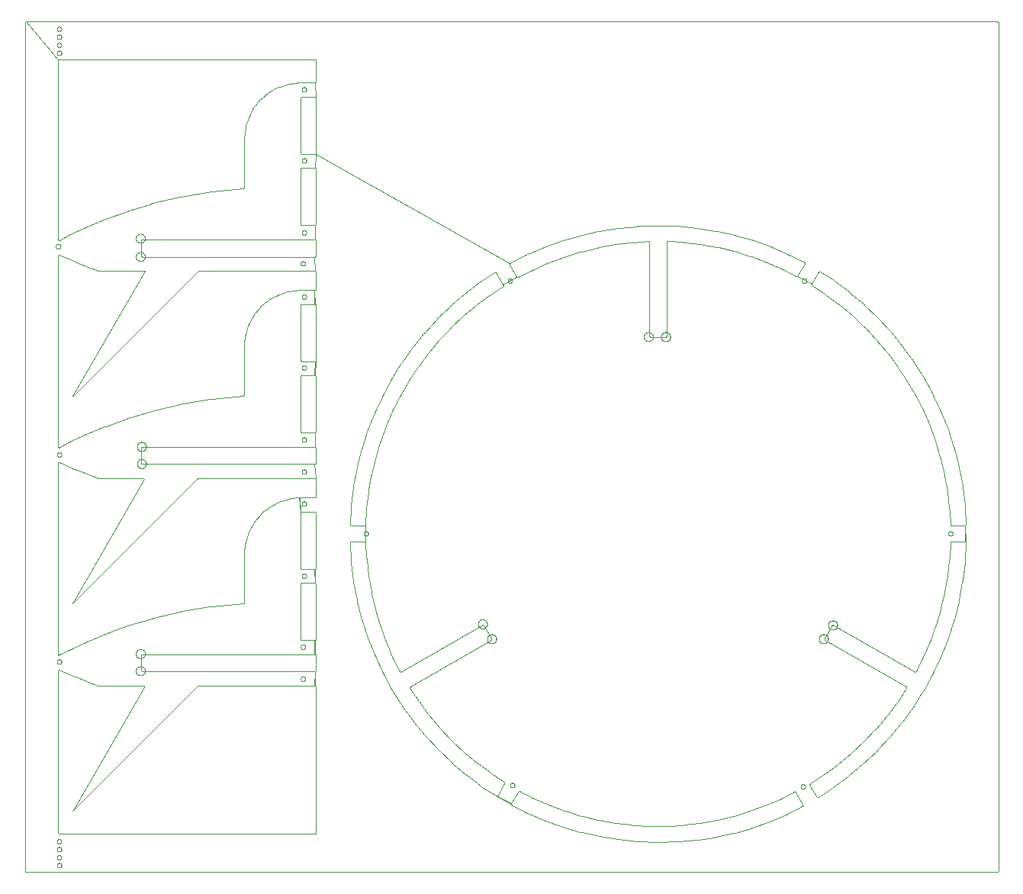
<source format=gko>
G75*
%MOIN*%
%OFA0B0*%
%FSLAX25Y25*%
%IPPOS*%
%LPD*%
%AMOC8*
5,1,8,0,0,1.08239X$1,22.5*
%
%ADD10C,0.00394*%
%ADD11C,0.00000*%
D10*
X0001197Y0002050D02*
X0001197Y0002690D01*
X0001197Y0373574D01*
X0001700Y0373793D01*
X0015780Y0357092D01*
X0015780Y0278397D01*
X0016213Y0278322D01*
X0021108Y0280858D01*
X0027525Y0283866D01*
X0028244Y0284186D01*
X0036241Y0287513D01*
X0045872Y0290982D01*
X0046624Y0291216D01*
X0055673Y0293938D01*
X0057183Y0294385D01*
X0068674Y0297118D01*
X0069441Y0297292D01*
X0082636Y0299548D01*
X0096740Y0300957D01*
X0097067Y0301449D01*
X0097067Y0321922D01*
X0097078Y0322709D01*
X0097552Y0327410D01*
X0097759Y0328167D01*
X0098927Y0331928D01*
X0099261Y0332637D01*
X0101139Y0336097D01*
X0101601Y0336731D01*
X0104107Y0339768D01*
X0104683Y0340300D01*
X0107720Y0342806D01*
X0108390Y0343215D01*
X0111850Y0345093D01*
X0112585Y0345367D01*
X0116345Y0346535D01*
X0117116Y0346677D01*
X0121033Y0347071D01*
X0121818Y0347127D01*
X0128068Y0347127D01*
X0128383Y0340917D01*
X0122133Y0340917D01*
X0121597Y0340666D01*
X0121593Y0316255D01*
X0122064Y0315940D01*
X0128266Y0315940D01*
X0127869Y0309730D01*
X0121619Y0309730D01*
X0121592Y0308969D01*
X0121589Y0285346D01*
X0121783Y0284753D01*
X0128033Y0284753D01*
X0127969Y0278543D01*
X0052001Y0278543D01*
X0051915Y0277842D01*
X0051915Y0271543D01*
X0052196Y0271036D01*
X0127741Y0271036D01*
X0128024Y0264827D01*
X0076890Y0264835D01*
X0076308Y0264339D01*
X0022298Y0210329D01*
X0022137Y0210289D01*
X0053242Y0264163D01*
X0053625Y0264839D01*
X0033152Y0264841D01*
X0032418Y0265117D01*
X0023641Y0268619D01*
X0022544Y0269084D01*
X0016059Y0271943D01*
X0015780Y0271582D01*
X0015780Y0188114D01*
X0015907Y0187534D01*
X0020800Y0190071D01*
X0021508Y0190416D01*
X0027926Y0193423D01*
X0035923Y0196749D01*
X0036658Y0197033D01*
X0045548Y0200234D01*
X0046294Y0200485D01*
X0056851Y0203661D01*
X0057614Y0203855D01*
X0069105Y0206588D01*
X0069878Y0206734D01*
X0082297Y0208857D01*
X0083077Y0208961D01*
X0096398Y0210289D01*
X0097057Y0210480D01*
X0097057Y0231741D01*
X0097113Y0232525D01*
X0097508Y0236443D01*
X0097650Y0237214D01*
X0098818Y0240974D01*
X0099092Y0241709D01*
X0100970Y0245169D01*
X0101379Y0245839D01*
X0103884Y0248875D01*
X0104416Y0249452D01*
X0107453Y0251958D01*
X0108086Y0252420D01*
X0111547Y0254298D01*
X0112256Y0254633D01*
X0116016Y0255800D01*
X0116774Y0256008D01*
X0121474Y0256482D01*
X0122261Y0256493D01*
X0127724Y0256493D01*
X0127768Y0250284D01*
X0122306Y0250284D01*
X0121587Y0250216D01*
X0121583Y0225805D01*
X0121869Y0225304D01*
X0128120Y0225304D01*
X0127802Y0219095D01*
X0122339Y0219095D01*
X0121582Y0219064D01*
X0121578Y0194654D01*
X0121829Y0194117D01*
X0128080Y0194117D01*
X0127990Y0187908D01*
X0052020Y0187908D01*
X0051905Y0187236D01*
X0051905Y0180936D01*
X0052157Y0180401D01*
X0127702Y0180401D01*
X0128255Y0174191D01*
X0077121Y0174200D01*
X0076468Y0173875D01*
X0022458Y0119865D01*
X0022007Y0119445D01*
X0053505Y0174001D01*
X0053069Y0174204D01*
X0033383Y0174206D01*
X0032631Y0174393D01*
X0023855Y0177895D01*
X0022783Y0178339D01*
X0016298Y0181198D01*
X0015780Y0181205D01*
X0015780Y0096949D01*
X0016382Y0097152D01*
X0020577Y0099326D01*
X0021280Y0099679D01*
X0027698Y0102687D01*
X0028420Y0102999D01*
X0035691Y0106022D01*
X0036421Y0106318D01*
X0046054Y0109783D01*
X0056610Y0112957D01*
X0057370Y0113166D01*
X0068861Y0115899D01*
X0069631Y0116060D01*
X0082050Y0118183D01*
X0082828Y0118304D01*
X0096931Y0119710D01*
X0097046Y0120393D01*
X0097046Y0140867D01*
X0097079Y0141653D01*
X0097474Y0145570D01*
X0097569Y0146350D01*
X0098969Y0150863D01*
X0101220Y0155016D01*
X0101716Y0155627D01*
X0104222Y0158664D01*
X0104827Y0159167D01*
X0107865Y0161672D01*
X0112017Y0163926D01*
X0116528Y0165329D01*
X0117308Y0165430D01*
X0121176Y0165819D01*
X0121760Y0159602D01*
X0121576Y0159061D01*
X0121572Y0135438D01*
X0121593Y0134671D01*
X0127844Y0134671D01*
X0128058Y0128462D01*
X0121808Y0128462D01*
X0121572Y0127911D01*
X0121568Y0103500D01*
X0122339Y0103484D01*
X0127802Y0103484D01*
X0127761Y0097275D01*
X0052578Y0097275D01*
X0051895Y0097171D01*
X0051895Y0090084D01*
X0052366Y0089768D01*
X0127910Y0089768D01*
X0127831Y0083558D01*
X0077484Y0083566D01*
X0076722Y0083505D01*
X0022155Y0028938D01*
X0022204Y0029171D01*
X0053308Y0083044D01*
X0053432Y0083571D01*
X0033746Y0083573D01*
X0032968Y0083621D01*
X0023460Y0087415D01*
X0023177Y0087527D01*
X0015971Y0090703D01*
X0015780Y0090208D01*
X0015780Y0019339D01*
X0015946Y0018716D01*
X0127762Y0018716D01*
X0128484Y0018782D01*
X0128461Y0083352D01*
X0127927Y0083542D01*
X0128002Y0089792D01*
X0128461Y0090054D01*
X0128463Y0097141D01*
X0127858Y0097265D01*
X0127899Y0103498D01*
X0128463Y0103660D01*
X0128467Y0128071D01*
X0128141Y0128426D01*
X0127939Y0134688D01*
X0128467Y0134884D01*
X0128471Y0159295D01*
X0128075Y0159649D01*
X0121825Y0159649D01*
X0121274Y0165826D01*
X0122010Y0165859D01*
X0128310Y0165858D01*
X0128471Y0166484D01*
X0128471Y0173571D01*
X0128317Y0174144D01*
X0127800Y0180405D01*
X0128471Y0180468D01*
X0128473Y0187555D01*
X0128077Y0187877D01*
X0128159Y0194156D01*
X0128473Y0194561D01*
X0128477Y0218971D01*
X0127899Y0219086D01*
X0128196Y0225346D01*
X0128477Y0225784D01*
X0128482Y0250194D01*
X0127866Y0250277D01*
X0127822Y0256499D01*
X0128482Y0256572D01*
X0128482Y0264447D01*
X0128110Y0264793D01*
X0127839Y0271043D01*
X0128482Y0271132D01*
X0128482Y0278219D01*
X0128059Y0278515D01*
X0128118Y0284787D01*
X0128481Y0285141D01*
X0128481Y0309552D01*
X0127965Y0309715D01*
X0128358Y0315915D01*
X0213082Y0268072D01*
X0212968Y0267591D01*
X0216092Y0262178D01*
X0210003Y0258941D01*
X0206878Y0264353D01*
X0206268Y0264096D01*
X0200367Y0260172D01*
X0199723Y0259721D01*
X0193443Y0254969D01*
X0187462Y0249847D01*
X0186882Y0249315D01*
X0181789Y0244387D01*
X0181228Y0243835D01*
X0175910Y0238027D01*
X0175405Y0237423D01*
X0170945Y0231917D01*
X0170461Y0231295D01*
X0165885Y0224887D01*
X0165463Y0224222D01*
X0161704Y0218214D01*
X0161305Y0217536D01*
X0157545Y0210618D01*
X0154216Y0203481D01*
X0153902Y0202759D01*
X0151025Y0195430D01*
X0150776Y0194683D01*
X0148604Y0187937D01*
X0148372Y0187185D01*
X0146436Y0179552D01*
X0146264Y0178784D01*
X0144815Y0171044D01*
X0144701Y0170265D01*
X0143748Y0162449D01*
X0143686Y0161664D01*
X0143237Y0153803D01*
X0143668Y0153466D01*
X0149918Y0153466D01*
X0149991Y0146571D01*
X0143741Y0146571D01*
X0143246Y0146075D01*
X0143698Y0138213D01*
X0143767Y0137430D01*
X0144724Y0129613D01*
X0144842Y0128836D01*
X0146298Y0121097D01*
X0146471Y0120329D01*
X0148418Y0112700D01*
X0148649Y0111947D01*
X0151077Y0104456D01*
X0153970Y0097133D01*
X0154276Y0096408D01*
X0157621Y0089279D01*
X0157989Y0088584D01*
X0161392Y0082367D01*
X0161779Y0081682D01*
X0165979Y0075020D01*
X0166426Y0074373D01*
X0170566Y0068621D01*
X0171034Y0067988D01*
X0176015Y0061889D01*
X0176540Y0061302D01*
X0181349Y0056097D01*
X0181892Y0055527D01*
X0187577Y0050078D01*
X0188171Y0049562D01*
X0193577Y0044979D01*
X0194186Y0044481D01*
X0200492Y0039765D01*
X0201145Y0039325D01*
X0207070Y0035436D01*
X0207601Y0035345D01*
X0213721Y0032000D01*
X0213817Y0031515D01*
X0220140Y0028315D01*
X0220845Y0027962D01*
X0228075Y0024843D01*
X0228809Y0024559D01*
X0235477Y0022158D01*
X0236220Y0021898D01*
X0243780Y0019694D01*
X0244543Y0019501D01*
X0252225Y0017773D01*
X0260000Y0016528D01*
X0260779Y0016413D01*
X0268618Y0015665D01*
X0269403Y0015605D01*
X0277273Y0015355D01*
X0278060Y0015343D01*
X0285932Y0015553D01*
X0286718Y0015593D01*
X0294565Y0016244D01*
X0295346Y0016344D01*
X0302361Y0017354D01*
X0303138Y0017475D01*
X0310846Y0019091D01*
X0311607Y0019291D01*
X0318430Y0021205D01*
X0319182Y0021437D01*
X0326598Y0024086D01*
X0333805Y0027258D01*
X0334512Y0027605D01*
X0340774Y0030923D01*
X0341428Y0031303D01*
X0337844Y0037510D01*
X0337361Y0037092D01*
X0331725Y0034277D01*
X0331012Y0033943D01*
X0324499Y0031150D01*
X0317837Y0028732D01*
X0317086Y0028496D01*
X0311051Y0026689D01*
X0310292Y0026483D01*
X0304163Y0025025D01*
X0303395Y0024849D01*
X0296418Y0023607D01*
X0295638Y0023505D01*
X0289383Y0022759D01*
X0288900Y0022705D01*
X0281826Y0022273D01*
X0281039Y0022255D01*
X0274739Y0022207D01*
X0273952Y0022210D01*
X0266878Y0022649D01*
X0266096Y0022728D01*
X0259842Y0023484D01*
X0259061Y0023587D01*
X0252087Y0024846D01*
X0251319Y0025019D01*
X0245195Y0026497D01*
X0244433Y0026693D01*
X0237652Y0028754D01*
X0236911Y0029019D01*
X0231000Y0031198D01*
X0230267Y0031485D01*
X0223772Y0034321D01*
X0223068Y0034672D01*
X0217451Y0037525D01*
X0216861Y0037503D01*
X0213736Y0032091D01*
X0207674Y0035379D01*
X0210799Y0040792D01*
X0210826Y0041386D01*
X0204893Y0045262D01*
X0204256Y0045725D01*
X0199192Y0049472D01*
X0198570Y0049953D01*
X0193128Y0054493D01*
X0187957Y0059339D01*
X0187398Y0059893D01*
X0182521Y0065034D01*
X0177949Y0070450D01*
X0177462Y0071068D01*
X0173218Y0076742D01*
X0169308Y0082654D01*
X0169534Y0083155D01*
X0204995Y0103628D01*
X0205047Y0104191D01*
X0201897Y0109646D01*
X0201488Y0110271D01*
X0165345Y0089404D01*
X0164955Y0089983D01*
X0162137Y0095617D01*
X0161800Y0096328D01*
X0159005Y0102841D01*
X0158733Y0103580D01*
X0156590Y0109504D01*
X0156340Y0110250D01*
X0154322Y0117044D01*
X0152701Y0123943D01*
X0152543Y0124714D01*
X0151330Y0131696D01*
X0150524Y0138737D01*
X0150459Y0139522D01*
X0150110Y0145812D01*
X0150045Y0146522D01*
X0149976Y0153514D01*
X0150094Y0154164D01*
X0150440Y0160454D01*
X0150501Y0161239D01*
X0151303Y0168280D01*
X0151433Y0169057D01*
X0152510Y0175264D01*
X0152663Y0176036D01*
X0154280Y0182936D01*
X0156293Y0189731D01*
X0156538Y0190479D01*
X0158947Y0197144D01*
X0161739Y0203658D01*
X0162071Y0204371D01*
X0165240Y0210710D01*
X0168885Y0216788D01*
X0169304Y0217455D01*
X0172780Y0222709D01*
X0173219Y0223362D01*
X0177463Y0229038D01*
X0177962Y0229647D01*
X0182018Y0234467D01*
X0182540Y0235056D01*
X0186866Y0239635D01*
X0187411Y0240204D01*
X0192564Y0245068D01*
X0193161Y0245581D01*
X0197983Y0249635D01*
X0198599Y0250125D01*
X0203646Y0253896D01*
X0204280Y0254362D01*
X0210192Y0258270D01*
X0210040Y0258850D01*
X0216166Y0262129D01*
X0216690Y0262063D01*
X0222990Y0265308D01*
X0229470Y0268177D01*
X0230196Y0268481D01*
X0236835Y0270960D01*
X0237584Y0271203D01*
X0243605Y0273055D01*
X0244360Y0273279D01*
X0251245Y0274959D01*
X0252015Y0275120D01*
X0258988Y0276390D01*
X0266022Y0277248D01*
X0266805Y0277326D01*
X0273879Y0277765D01*
X0274089Y0277201D01*
X0274089Y0236254D01*
X0274599Y0235977D01*
X0280899Y0235977D01*
X0281596Y0236067D01*
X0281596Y0277802D01*
X0282347Y0277791D01*
X0288634Y0277401D01*
X0289418Y0277332D01*
X0296454Y0276481D01*
X0303428Y0275223D01*
X0304198Y0275061D01*
X0311087Y0273395D01*
X0317867Y0271334D01*
X0318612Y0271080D01*
X0324522Y0268900D01*
X0325259Y0268622D01*
X0331754Y0265787D01*
X0332463Y0265445D01*
X0338079Y0262592D01*
X0338689Y0262402D01*
X0344873Y0259177D01*
X0344875Y0258639D01*
X0350808Y0254763D01*
X0351445Y0254300D01*
X0356509Y0250553D01*
X0357130Y0250070D01*
X0362573Y0245531D01*
X0367743Y0240684D01*
X0368301Y0240129D01*
X0373178Y0234987D01*
X0377750Y0229571D01*
X0378236Y0228953D01*
X0382012Y0223910D01*
X0382480Y0223277D01*
X0386390Y0217366D01*
X0386806Y0216698D01*
X0390049Y0211297D01*
X0390449Y0210619D01*
X0393620Y0204281D01*
X0393948Y0203566D01*
X0396739Y0197052D01*
X0399149Y0190387D01*
X0399390Y0189637D01*
X0401184Y0183599D01*
X0401401Y0182842D01*
X0403021Y0175943D01*
X0403169Y0175170D01*
X0404249Y0168963D01*
X0404374Y0168186D01*
X0405179Y0161145D01*
X0405235Y0160360D01*
X0405584Y0154070D01*
X0405800Y0153466D01*
X0412051Y0153466D01*
X0412167Y0146571D01*
X0405917Y0146571D01*
X0405622Y0146511D01*
X0405223Y0139435D01*
X0405153Y0138651D01*
X0404337Y0131612D01*
X0403117Y0124631D01*
X0402953Y0123860D01*
X0401509Y0117729D01*
X0401321Y0116964D01*
X0399297Y0110173D01*
X0399042Y0109428D01*
X0396895Y0103505D01*
X0396617Y0102769D01*
X0393816Y0096258D01*
X0393474Y0095550D01*
X0390651Y0089918D01*
X0390222Y0089471D01*
X0354761Y0109945D01*
X0354113Y0110209D01*
X0350569Y0104072D01*
X0350809Y0103560D01*
X0386270Y0083087D01*
X0386454Y0082576D01*
X0382543Y0076667D01*
X0382077Y0076031D01*
X0378295Y0070994D01*
X0377816Y0070370D01*
X0373233Y0064964D01*
X0372703Y0064381D01*
X0367810Y0059255D01*
X0362622Y0054426D01*
X0362034Y0053904D01*
X0356570Y0049390D01*
X0355940Y0048918D01*
X0350855Y0045200D01*
X0350214Y0044743D01*
X0344256Y0040906D01*
X0344174Y0040339D01*
X0347324Y0034883D01*
X0347910Y0034999D01*
X0353858Y0038853D01*
X0354515Y0039286D01*
X0360848Y0043967D01*
X0361464Y0044457D01*
X0367496Y0049519D01*
X0373207Y0054940D01*
X0373761Y0055498D01*
X0379130Y0061259D01*
X0384138Y0067336D01*
X0384623Y0067956D01*
X0389246Y0074330D01*
X0389674Y0074991D01*
X0393473Y0080974D01*
X0393884Y0081645D01*
X0397685Y0088541D01*
X0398037Y0089245D01*
X0401400Y0096366D01*
X0404310Y0103683D01*
X0404589Y0104419D01*
X0407028Y0111906D01*
X0407250Y0112661D01*
X0409207Y0120288D01*
X0409373Y0121058D01*
X0410837Y0128794D01*
X0410952Y0129573D01*
X0411914Y0137389D01*
X0411982Y0138173D01*
X0412435Y0146034D01*
X0412235Y0146525D01*
X0412131Y0153504D01*
X0412442Y0153887D01*
X0411990Y0161748D01*
X0411926Y0162533D01*
X0410969Y0170349D01*
X0410856Y0171128D01*
X0409400Y0178866D01*
X0409232Y0179635D01*
X0407285Y0187265D01*
X0407059Y0188019D01*
X0404632Y0195510D01*
X0401743Y0202835D01*
X0401441Y0203562D01*
X0398096Y0210691D01*
X0397732Y0211388D01*
X0394329Y0217605D01*
X0393946Y0218293D01*
X0389747Y0224954D01*
X0389303Y0225604D01*
X0385163Y0231356D01*
X0384699Y0231992D01*
X0379718Y0238091D01*
X0379197Y0238681D01*
X0374388Y0243887D01*
X0373848Y0244460D01*
X0368163Y0249908D01*
X0367572Y0250428D01*
X0362166Y0255011D01*
X0361560Y0255513D01*
X0355254Y0260229D01*
X0354519Y0260727D01*
X0348594Y0264616D01*
X0348023Y0264681D01*
X0344898Y0259269D01*
X0338761Y0262430D01*
X0341886Y0267843D01*
X0342019Y0268447D01*
X0334992Y0272002D01*
X0334272Y0272321D01*
X0327765Y0275128D01*
X0327035Y0275421D01*
X0319626Y0278089D01*
X0312068Y0280296D01*
X0311307Y0280500D01*
X0303625Y0282227D01*
X0302850Y0282365D01*
X0295074Y0283606D01*
X0286451Y0284427D01*
X0278581Y0284676D01*
X0277234Y0284680D01*
X0269364Y0284427D01*
X0268579Y0284371D01*
X0260741Y0283613D01*
X0259961Y0283507D01*
X0252188Y0282249D01*
X0251417Y0282088D01*
X0243740Y0280338D01*
X0236187Y0278110D01*
X0235436Y0277876D01*
X0228040Y0275174D01*
X0227311Y0274876D01*
X0220098Y0271717D01*
X0213137Y0268143D01*
X0128372Y0315988D01*
X0128482Y0316609D01*
X0128482Y0340232D01*
X0128436Y0340868D01*
X0128149Y0347164D01*
X0128482Y0347549D01*
X0128482Y0356999D01*
X0128379Y0357146D01*
X0016562Y0357146D01*
X0015829Y0357141D01*
X0001795Y0373813D01*
X0426175Y0373813D01*
X0426643Y0373493D01*
X0426643Y0002609D01*
X0426414Y0002050D01*
X0001197Y0002050D01*
D11*
X0015197Y0005050D02*
X0015199Y0005113D01*
X0015205Y0005175D01*
X0015215Y0005237D01*
X0015228Y0005299D01*
X0015246Y0005359D01*
X0015267Y0005418D01*
X0015292Y0005476D01*
X0015321Y0005532D01*
X0015353Y0005586D01*
X0015388Y0005638D01*
X0015426Y0005687D01*
X0015468Y0005735D01*
X0015512Y0005779D01*
X0015560Y0005821D01*
X0015609Y0005859D01*
X0015661Y0005894D01*
X0015715Y0005926D01*
X0015771Y0005955D01*
X0015829Y0005980D01*
X0015888Y0006001D01*
X0015948Y0006019D01*
X0016010Y0006032D01*
X0016072Y0006042D01*
X0016134Y0006048D01*
X0016197Y0006050D01*
X0016260Y0006048D01*
X0016322Y0006042D01*
X0016384Y0006032D01*
X0016446Y0006019D01*
X0016506Y0006001D01*
X0016565Y0005980D01*
X0016623Y0005955D01*
X0016679Y0005926D01*
X0016733Y0005894D01*
X0016785Y0005859D01*
X0016834Y0005821D01*
X0016882Y0005779D01*
X0016926Y0005735D01*
X0016968Y0005687D01*
X0017006Y0005638D01*
X0017041Y0005586D01*
X0017073Y0005532D01*
X0017102Y0005476D01*
X0017127Y0005418D01*
X0017148Y0005359D01*
X0017166Y0005299D01*
X0017179Y0005237D01*
X0017189Y0005175D01*
X0017195Y0005113D01*
X0017197Y0005050D01*
X0017195Y0004987D01*
X0017189Y0004925D01*
X0017179Y0004863D01*
X0017166Y0004801D01*
X0017148Y0004741D01*
X0017127Y0004682D01*
X0017102Y0004624D01*
X0017073Y0004568D01*
X0017041Y0004514D01*
X0017006Y0004462D01*
X0016968Y0004413D01*
X0016926Y0004365D01*
X0016882Y0004321D01*
X0016834Y0004279D01*
X0016785Y0004241D01*
X0016733Y0004206D01*
X0016679Y0004174D01*
X0016623Y0004145D01*
X0016565Y0004120D01*
X0016506Y0004099D01*
X0016446Y0004081D01*
X0016384Y0004068D01*
X0016322Y0004058D01*
X0016260Y0004052D01*
X0016197Y0004050D01*
X0016134Y0004052D01*
X0016072Y0004058D01*
X0016010Y0004068D01*
X0015948Y0004081D01*
X0015888Y0004099D01*
X0015829Y0004120D01*
X0015771Y0004145D01*
X0015715Y0004174D01*
X0015661Y0004206D01*
X0015609Y0004241D01*
X0015560Y0004279D01*
X0015512Y0004321D01*
X0015468Y0004365D01*
X0015426Y0004413D01*
X0015388Y0004462D01*
X0015353Y0004514D01*
X0015321Y0004568D01*
X0015292Y0004624D01*
X0015267Y0004682D01*
X0015246Y0004741D01*
X0015228Y0004801D01*
X0015215Y0004863D01*
X0015205Y0004925D01*
X0015199Y0004987D01*
X0015197Y0005050D01*
X0015197Y0008550D02*
X0015199Y0008613D01*
X0015205Y0008675D01*
X0015215Y0008737D01*
X0015228Y0008799D01*
X0015246Y0008859D01*
X0015267Y0008918D01*
X0015292Y0008976D01*
X0015321Y0009032D01*
X0015353Y0009086D01*
X0015388Y0009138D01*
X0015426Y0009187D01*
X0015468Y0009235D01*
X0015512Y0009279D01*
X0015560Y0009321D01*
X0015609Y0009359D01*
X0015661Y0009394D01*
X0015715Y0009426D01*
X0015771Y0009455D01*
X0015829Y0009480D01*
X0015888Y0009501D01*
X0015948Y0009519D01*
X0016010Y0009532D01*
X0016072Y0009542D01*
X0016134Y0009548D01*
X0016197Y0009550D01*
X0016260Y0009548D01*
X0016322Y0009542D01*
X0016384Y0009532D01*
X0016446Y0009519D01*
X0016506Y0009501D01*
X0016565Y0009480D01*
X0016623Y0009455D01*
X0016679Y0009426D01*
X0016733Y0009394D01*
X0016785Y0009359D01*
X0016834Y0009321D01*
X0016882Y0009279D01*
X0016926Y0009235D01*
X0016968Y0009187D01*
X0017006Y0009138D01*
X0017041Y0009086D01*
X0017073Y0009032D01*
X0017102Y0008976D01*
X0017127Y0008918D01*
X0017148Y0008859D01*
X0017166Y0008799D01*
X0017179Y0008737D01*
X0017189Y0008675D01*
X0017195Y0008613D01*
X0017197Y0008550D01*
X0017195Y0008487D01*
X0017189Y0008425D01*
X0017179Y0008363D01*
X0017166Y0008301D01*
X0017148Y0008241D01*
X0017127Y0008182D01*
X0017102Y0008124D01*
X0017073Y0008068D01*
X0017041Y0008014D01*
X0017006Y0007962D01*
X0016968Y0007913D01*
X0016926Y0007865D01*
X0016882Y0007821D01*
X0016834Y0007779D01*
X0016785Y0007741D01*
X0016733Y0007706D01*
X0016679Y0007674D01*
X0016623Y0007645D01*
X0016565Y0007620D01*
X0016506Y0007599D01*
X0016446Y0007581D01*
X0016384Y0007568D01*
X0016322Y0007558D01*
X0016260Y0007552D01*
X0016197Y0007550D01*
X0016134Y0007552D01*
X0016072Y0007558D01*
X0016010Y0007568D01*
X0015948Y0007581D01*
X0015888Y0007599D01*
X0015829Y0007620D01*
X0015771Y0007645D01*
X0015715Y0007674D01*
X0015661Y0007706D01*
X0015609Y0007741D01*
X0015560Y0007779D01*
X0015512Y0007821D01*
X0015468Y0007865D01*
X0015426Y0007913D01*
X0015388Y0007962D01*
X0015353Y0008014D01*
X0015321Y0008068D01*
X0015292Y0008124D01*
X0015267Y0008182D01*
X0015246Y0008241D01*
X0015228Y0008301D01*
X0015215Y0008363D01*
X0015205Y0008425D01*
X0015199Y0008487D01*
X0015197Y0008550D01*
X0015197Y0012050D02*
X0015199Y0012113D01*
X0015205Y0012175D01*
X0015215Y0012237D01*
X0015228Y0012299D01*
X0015246Y0012359D01*
X0015267Y0012418D01*
X0015292Y0012476D01*
X0015321Y0012532D01*
X0015353Y0012586D01*
X0015388Y0012638D01*
X0015426Y0012687D01*
X0015468Y0012735D01*
X0015512Y0012779D01*
X0015560Y0012821D01*
X0015609Y0012859D01*
X0015661Y0012894D01*
X0015715Y0012926D01*
X0015771Y0012955D01*
X0015829Y0012980D01*
X0015888Y0013001D01*
X0015948Y0013019D01*
X0016010Y0013032D01*
X0016072Y0013042D01*
X0016134Y0013048D01*
X0016197Y0013050D01*
X0016260Y0013048D01*
X0016322Y0013042D01*
X0016384Y0013032D01*
X0016446Y0013019D01*
X0016506Y0013001D01*
X0016565Y0012980D01*
X0016623Y0012955D01*
X0016679Y0012926D01*
X0016733Y0012894D01*
X0016785Y0012859D01*
X0016834Y0012821D01*
X0016882Y0012779D01*
X0016926Y0012735D01*
X0016968Y0012687D01*
X0017006Y0012638D01*
X0017041Y0012586D01*
X0017073Y0012532D01*
X0017102Y0012476D01*
X0017127Y0012418D01*
X0017148Y0012359D01*
X0017166Y0012299D01*
X0017179Y0012237D01*
X0017189Y0012175D01*
X0017195Y0012113D01*
X0017197Y0012050D01*
X0017195Y0011987D01*
X0017189Y0011925D01*
X0017179Y0011863D01*
X0017166Y0011801D01*
X0017148Y0011741D01*
X0017127Y0011682D01*
X0017102Y0011624D01*
X0017073Y0011568D01*
X0017041Y0011514D01*
X0017006Y0011462D01*
X0016968Y0011413D01*
X0016926Y0011365D01*
X0016882Y0011321D01*
X0016834Y0011279D01*
X0016785Y0011241D01*
X0016733Y0011206D01*
X0016679Y0011174D01*
X0016623Y0011145D01*
X0016565Y0011120D01*
X0016506Y0011099D01*
X0016446Y0011081D01*
X0016384Y0011068D01*
X0016322Y0011058D01*
X0016260Y0011052D01*
X0016197Y0011050D01*
X0016134Y0011052D01*
X0016072Y0011058D01*
X0016010Y0011068D01*
X0015948Y0011081D01*
X0015888Y0011099D01*
X0015829Y0011120D01*
X0015771Y0011145D01*
X0015715Y0011174D01*
X0015661Y0011206D01*
X0015609Y0011241D01*
X0015560Y0011279D01*
X0015512Y0011321D01*
X0015468Y0011365D01*
X0015426Y0011413D01*
X0015388Y0011462D01*
X0015353Y0011514D01*
X0015321Y0011568D01*
X0015292Y0011624D01*
X0015267Y0011682D01*
X0015246Y0011741D01*
X0015228Y0011801D01*
X0015215Y0011863D01*
X0015205Y0011925D01*
X0015199Y0011987D01*
X0015197Y0012050D01*
X0015197Y0015550D02*
X0015199Y0015613D01*
X0015205Y0015675D01*
X0015215Y0015737D01*
X0015228Y0015799D01*
X0015246Y0015859D01*
X0015267Y0015918D01*
X0015292Y0015976D01*
X0015321Y0016032D01*
X0015353Y0016086D01*
X0015388Y0016138D01*
X0015426Y0016187D01*
X0015468Y0016235D01*
X0015512Y0016279D01*
X0015560Y0016321D01*
X0015609Y0016359D01*
X0015661Y0016394D01*
X0015715Y0016426D01*
X0015771Y0016455D01*
X0015829Y0016480D01*
X0015888Y0016501D01*
X0015948Y0016519D01*
X0016010Y0016532D01*
X0016072Y0016542D01*
X0016134Y0016548D01*
X0016197Y0016550D01*
X0016260Y0016548D01*
X0016322Y0016542D01*
X0016384Y0016532D01*
X0016446Y0016519D01*
X0016506Y0016501D01*
X0016565Y0016480D01*
X0016623Y0016455D01*
X0016679Y0016426D01*
X0016733Y0016394D01*
X0016785Y0016359D01*
X0016834Y0016321D01*
X0016882Y0016279D01*
X0016926Y0016235D01*
X0016968Y0016187D01*
X0017006Y0016138D01*
X0017041Y0016086D01*
X0017073Y0016032D01*
X0017102Y0015976D01*
X0017127Y0015918D01*
X0017148Y0015859D01*
X0017166Y0015799D01*
X0017179Y0015737D01*
X0017189Y0015675D01*
X0017195Y0015613D01*
X0017197Y0015550D01*
X0017195Y0015487D01*
X0017189Y0015425D01*
X0017179Y0015363D01*
X0017166Y0015301D01*
X0017148Y0015241D01*
X0017127Y0015182D01*
X0017102Y0015124D01*
X0017073Y0015068D01*
X0017041Y0015014D01*
X0017006Y0014962D01*
X0016968Y0014913D01*
X0016926Y0014865D01*
X0016882Y0014821D01*
X0016834Y0014779D01*
X0016785Y0014741D01*
X0016733Y0014706D01*
X0016679Y0014674D01*
X0016623Y0014645D01*
X0016565Y0014620D01*
X0016506Y0014599D01*
X0016446Y0014581D01*
X0016384Y0014568D01*
X0016322Y0014558D01*
X0016260Y0014552D01*
X0016197Y0014550D01*
X0016134Y0014552D01*
X0016072Y0014558D01*
X0016010Y0014568D01*
X0015948Y0014581D01*
X0015888Y0014599D01*
X0015829Y0014620D01*
X0015771Y0014645D01*
X0015715Y0014674D01*
X0015661Y0014706D01*
X0015609Y0014741D01*
X0015560Y0014779D01*
X0015512Y0014821D01*
X0015468Y0014865D01*
X0015426Y0014913D01*
X0015388Y0014962D01*
X0015353Y0015014D01*
X0015321Y0015068D01*
X0015292Y0015124D01*
X0015267Y0015182D01*
X0015246Y0015241D01*
X0015228Y0015301D01*
X0015215Y0015363D01*
X0015205Y0015425D01*
X0015199Y0015487D01*
X0015197Y0015550D01*
X0049697Y0090050D02*
X0049699Y0090139D01*
X0049705Y0090228D01*
X0049715Y0090317D01*
X0049729Y0090405D01*
X0049746Y0090492D01*
X0049768Y0090578D01*
X0049794Y0090664D01*
X0049823Y0090748D01*
X0049856Y0090831D01*
X0049892Y0090912D01*
X0049933Y0090992D01*
X0049976Y0091069D01*
X0050023Y0091145D01*
X0050074Y0091218D01*
X0050127Y0091289D01*
X0050184Y0091358D01*
X0050244Y0091424D01*
X0050307Y0091488D01*
X0050372Y0091548D01*
X0050440Y0091606D01*
X0050511Y0091660D01*
X0050584Y0091711D01*
X0050659Y0091759D01*
X0050736Y0091804D01*
X0050815Y0091845D01*
X0050896Y0091882D01*
X0050978Y0091916D01*
X0051062Y0091947D01*
X0051147Y0091973D01*
X0051233Y0091996D01*
X0051320Y0092014D01*
X0051408Y0092029D01*
X0051497Y0092040D01*
X0051586Y0092047D01*
X0051675Y0092050D01*
X0051764Y0092049D01*
X0051853Y0092044D01*
X0051941Y0092035D01*
X0052030Y0092022D01*
X0052117Y0092005D01*
X0052204Y0091985D01*
X0052290Y0091960D01*
X0052374Y0091932D01*
X0052457Y0091900D01*
X0052539Y0091864D01*
X0052619Y0091825D01*
X0052697Y0091782D01*
X0052773Y0091736D01*
X0052847Y0091686D01*
X0052919Y0091633D01*
X0052988Y0091577D01*
X0053055Y0091518D01*
X0053119Y0091456D01*
X0053180Y0091392D01*
X0053239Y0091324D01*
X0053294Y0091254D01*
X0053346Y0091182D01*
X0053395Y0091107D01*
X0053440Y0091031D01*
X0053482Y0090952D01*
X0053520Y0090872D01*
X0053555Y0090790D01*
X0053586Y0090706D01*
X0053614Y0090621D01*
X0053637Y0090535D01*
X0053657Y0090448D01*
X0053673Y0090361D01*
X0053685Y0090272D01*
X0053693Y0090184D01*
X0053697Y0090095D01*
X0053697Y0090005D01*
X0053693Y0089916D01*
X0053685Y0089828D01*
X0053673Y0089739D01*
X0053657Y0089652D01*
X0053637Y0089565D01*
X0053614Y0089479D01*
X0053586Y0089394D01*
X0053555Y0089310D01*
X0053520Y0089228D01*
X0053482Y0089148D01*
X0053440Y0089069D01*
X0053395Y0088993D01*
X0053346Y0088918D01*
X0053294Y0088846D01*
X0053239Y0088776D01*
X0053180Y0088708D01*
X0053119Y0088644D01*
X0053055Y0088582D01*
X0052988Y0088523D01*
X0052919Y0088467D01*
X0052847Y0088414D01*
X0052773Y0088364D01*
X0052697Y0088318D01*
X0052619Y0088275D01*
X0052539Y0088236D01*
X0052457Y0088200D01*
X0052374Y0088168D01*
X0052290Y0088140D01*
X0052204Y0088115D01*
X0052117Y0088095D01*
X0052030Y0088078D01*
X0051941Y0088065D01*
X0051853Y0088056D01*
X0051764Y0088051D01*
X0051675Y0088050D01*
X0051586Y0088053D01*
X0051497Y0088060D01*
X0051408Y0088071D01*
X0051320Y0088086D01*
X0051233Y0088104D01*
X0051147Y0088127D01*
X0051062Y0088153D01*
X0050978Y0088184D01*
X0050896Y0088218D01*
X0050815Y0088255D01*
X0050736Y0088296D01*
X0050659Y0088341D01*
X0050584Y0088389D01*
X0050511Y0088440D01*
X0050440Y0088494D01*
X0050372Y0088552D01*
X0050307Y0088612D01*
X0050244Y0088676D01*
X0050184Y0088742D01*
X0050127Y0088811D01*
X0050074Y0088882D01*
X0050023Y0088955D01*
X0049976Y0089031D01*
X0049933Y0089108D01*
X0049892Y0089188D01*
X0049856Y0089269D01*
X0049823Y0089352D01*
X0049794Y0089436D01*
X0049768Y0089522D01*
X0049746Y0089608D01*
X0049729Y0089695D01*
X0049715Y0089783D01*
X0049705Y0089872D01*
X0049699Y0089961D01*
X0049697Y0090050D01*
X0049697Y0097550D02*
X0049699Y0097639D01*
X0049705Y0097728D01*
X0049715Y0097817D01*
X0049729Y0097905D01*
X0049746Y0097992D01*
X0049768Y0098078D01*
X0049794Y0098164D01*
X0049823Y0098248D01*
X0049856Y0098331D01*
X0049892Y0098412D01*
X0049933Y0098492D01*
X0049976Y0098569D01*
X0050023Y0098645D01*
X0050074Y0098718D01*
X0050127Y0098789D01*
X0050184Y0098858D01*
X0050244Y0098924D01*
X0050307Y0098988D01*
X0050372Y0099048D01*
X0050440Y0099106D01*
X0050511Y0099160D01*
X0050584Y0099211D01*
X0050659Y0099259D01*
X0050736Y0099304D01*
X0050815Y0099345D01*
X0050896Y0099382D01*
X0050978Y0099416D01*
X0051062Y0099447D01*
X0051147Y0099473D01*
X0051233Y0099496D01*
X0051320Y0099514D01*
X0051408Y0099529D01*
X0051497Y0099540D01*
X0051586Y0099547D01*
X0051675Y0099550D01*
X0051764Y0099549D01*
X0051853Y0099544D01*
X0051941Y0099535D01*
X0052030Y0099522D01*
X0052117Y0099505D01*
X0052204Y0099485D01*
X0052290Y0099460D01*
X0052374Y0099432D01*
X0052457Y0099400D01*
X0052539Y0099364D01*
X0052619Y0099325D01*
X0052697Y0099282D01*
X0052773Y0099236D01*
X0052847Y0099186D01*
X0052919Y0099133D01*
X0052988Y0099077D01*
X0053055Y0099018D01*
X0053119Y0098956D01*
X0053180Y0098892D01*
X0053239Y0098824D01*
X0053294Y0098754D01*
X0053346Y0098682D01*
X0053395Y0098607D01*
X0053440Y0098531D01*
X0053482Y0098452D01*
X0053520Y0098372D01*
X0053555Y0098290D01*
X0053586Y0098206D01*
X0053614Y0098121D01*
X0053637Y0098035D01*
X0053657Y0097948D01*
X0053673Y0097861D01*
X0053685Y0097772D01*
X0053693Y0097684D01*
X0053697Y0097595D01*
X0053697Y0097505D01*
X0053693Y0097416D01*
X0053685Y0097328D01*
X0053673Y0097239D01*
X0053657Y0097152D01*
X0053637Y0097065D01*
X0053614Y0096979D01*
X0053586Y0096894D01*
X0053555Y0096810D01*
X0053520Y0096728D01*
X0053482Y0096648D01*
X0053440Y0096569D01*
X0053395Y0096493D01*
X0053346Y0096418D01*
X0053294Y0096346D01*
X0053239Y0096276D01*
X0053180Y0096208D01*
X0053119Y0096144D01*
X0053055Y0096082D01*
X0052988Y0096023D01*
X0052919Y0095967D01*
X0052847Y0095914D01*
X0052773Y0095864D01*
X0052697Y0095818D01*
X0052619Y0095775D01*
X0052539Y0095736D01*
X0052457Y0095700D01*
X0052374Y0095668D01*
X0052290Y0095640D01*
X0052204Y0095615D01*
X0052117Y0095595D01*
X0052030Y0095578D01*
X0051941Y0095565D01*
X0051853Y0095556D01*
X0051764Y0095551D01*
X0051675Y0095550D01*
X0051586Y0095553D01*
X0051497Y0095560D01*
X0051408Y0095571D01*
X0051320Y0095586D01*
X0051233Y0095604D01*
X0051147Y0095627D01*
X0051062Y0095653D01*
X0050978Y0095684D01*
X0050896Y0095718D01*
X0050815Y0095755D01*
X0050736Y0095796D01*
X0050659Y0095841D01*
X0050584Y0095889D01*
X0050511Y0095940D01*
X0050440Y0095994D01*
X0050372Y0096052D01*
X0050307Y0096112D01*
X0050244Y0096176D01*
X0050184Y0096242D01*
X0050127Y0096311D01*
X0050074Y0096382D01*
X0050023Y0096455D01*
X0049976Y0096531D01*
X0049933Y0096608D01*
X0049892Y0096688D01*
X0049856Y0096769D01*
X0049823Y0096852D01*
X0049794Y0096936D01*
X0049768Y0097022D01*
X0049746Y0097108D01*
X0049729Y0097195D01*
X0049715Y0097283D01*
X0049705Y0097372D01*
X0049699Y0097461D01*
X0049697Y0097550D01*
X0015197Y0094050D02*
X0015199Y0094113D01*
X0015205Y0094175D01*
X0015215Y0094237D01*
X0015228Y0094299D01*
X0015246Y0094359D01*
X0015267Y0094418D01*
X0015292Y0094476D01*
X0015321Y0094532D01*
X0015353Y0094586D01*
X0015388Y0094638D01*
X0015426Y0094687D01*
X0015468Y0094735D01*
X0015512Y0094779D01*
X0015560Y0094821D01*
X0015609Y0094859D01*
X0015661Y0094894D01*
X0015715Y0094926D01*
X0015771Y0094955D01*
X0015829Y0094980D01*
X0015888Y0095001D01*
X0015948Y0095019D01*
X0016010Y0095032D01*
X0016072Y0095042D01*
X0016134Y0095048D01*
X0016197Y0095050D01*
X0016260Y0095048D01*
X0016322Y0095042D01*
X0016384Y0095032D01*
X0016446Y0095019D01*
X0016506Y0095001D01*
X0016565Y0094980D01*
X0016623Y0094955D01*
X0016679Y0094926D01*
X0016733Y0094894D01*
X0016785Y0094859D01*
X0016834Y0094821D01*
X0016882Y0094779D01*
X0016926Y0094735D01*
X0016968Y0094687D01*
X0017006Y0094638D01*
X0017041Y0094586D01*
X0017073Y0094532D01*
X0017102Y0094476D01*
X0017127Y0094418D01*
X0017148Y0094359D01*
X0017166Y0094299D01*
X0017179Y0094237D01*
X0017189Y0094175D01*
X0017195Y0094113D01*
X0017197Y0094050D01*
X0017195Y0093987D01*
X0017189Y0093925D01*
X0017179Y0093863D01*
X0017166Y0093801D01*
X0017148Y0093741D01*
X0017127Y0093682D01*
X0017102Y0093624D01*
X0017073Y0093568D01*
X0017041Y0093514D01*
X0017006Y0093462D01*
X0016968Y0093413D01*
X0016926Y0093365D01*
X0016882Y0093321D01*
X0016834Y0093279D01*
X0016785Y0093241D01*
X0016733Y0093206D01*
X0016679Y0093174D01*
X0016623Y0093145D01*
X0016565Y0093120D01*
X0016506Y0093099D01*
X0016446Y0093081D01*
X0016384Y0093068D01*
X0016322Y0093058D01*
X0016260Y0093052D01*
X0016197Y0093050D01*
X0016134Y0093052D01*
X0016072Y0093058D01*
X0016010Y0093068D01*
X0015948Y0093081D01*
X0015888Y0093099D01*
X0015829Y0093120D01*
X0015771Y0093145D01*
X0015715Y0093174D01*
X0015661Y0093206D01*
X0015609Y0093241D01*
X0015560Y0093279D01*
X0015512Y0093321D01*
X0015468Y0093365D01*
X0015426Y0093413D01*
X0015388Y0093462D01*
X0015353Y0093514D01*
X0015321Y0093568D01*
X0015292Y0093624D01*
X0015267Y0093682D01*
X0015246Y0093741D01*
X0015228Y0093801D01*
X0015215Y0093863D01*
X0015205Y0093925D01*
X0015199Y0093987D01*
X0015197Y0094050D01*
X0050197Y0180550D02*
X0050199Y0180639D01*
X0050205Y0180728D01*
X0050215Y0180817D01*
X0050229Y0180905D01*
X0050246Y0180992D01*
X0050268Y0181078D01*
X0050294Y0181164D01*
X0050323Y0181248D01*
X0050356Y0181331D01*
X0050392Y0181412D01*
X0050433Y0181492D01*
X0050476Y0181569D01*
X0050523Y0181645D01*
X0050574Y0181718D01*
X0050627Y0181789D01*
X0050684Y0181858D01*
X0050744Y0181924D01*
X0050807Y0181988D01*
X0050872Y0182048D01*
X0050940Y0182106D01*
X0051011Y0182160D01*
X0051084Y0182211D01*
X0051159Y0182259D01*
X0051236Y0182304D01*
X0051315Y0182345D01*
X0051396Y0182382D01*
X0051478Y0182416D01*
X0051562Y0182447D01*
X0051647Y0182473D01*
X0051733Y0182496D01*
X0051820Y0182514D01*
X0051908Y0182529D01*
X0051997Y0182540D01*
X0052086Y0182547D01*
X0052175Y0182550D01*
X0052264Y0182549D01*
X0052353Y0182544D01*
X0052441Y0182535D01*
X0052530Y0182522D01*
X0052617Y0182505D01*
X0052704Y0182485D01*
X0052790Y0182460D01*
X0052874Y0182432D01*
X0052957Y0182400D01*
X0053039Y0182364D01*
X0053119Y0182325D01*
X0053197Y0182282D01*
X0053273Y0182236D01*
X0053347Y0182186D01*
X0053419Y0182133D01*
X0053488Y0182077D01*
X0053555Y0182018D01*
X0053619Y0181956D01*
X0053680Y0181892D01*
X0053739Y0181824D01*
X0053794Y0181754D01*
X0053846Y0181682D01*
X0053895Y0181607D01*
X0053940Y0181531D01*
X0053982Y0181452D01*
X0054020Y0181372D01*
X0054055Y0181290D01*
X0054086Y0181206D01*
X0054114Y0181121D01*
X0054137Y0181035D01*
X0054157Y0180948D01*
X0054173Y0180861D01*
X0054185Y0180772D01*
X0054193Y0180684D01*
X0054197Y0180595D01*
X0054197Y0180505D01*
X0054193Y0180416D01*
X0054185Y0180328D01*
X0054173Y0180239D01*
X0054157Y0180152D01*
X0054137Y0180065D01*
X0054114Y0179979D01*
X0054086Y0179894D01*
X0054055Y0179810D01*
X0054020Y0179728D01*
X0053982Y0179648D01*
X0053940Y0179569D01*
X0053895Y0179493D01*
X0053846Y0179418D01*
X0053794Y0179346D01*
X0053739Y0179276D01*
X0053680Y0179208D01*
X0053619Y0179144D01*
X0053555Y0179082D01*
X0053488Y0179023D01*
X0053419Y0178967D01*
X0053347Y0178914D01*
X0053273Y0178864D01*
X0053197Y0178818D01*
X0053119Y0178775D01*
X0053039Y0178736D01*
X0052957Y0178700D01*
X0052874Y0178668D01*
X0052790Y0178640D01*
X0052704Y0178615D01*
X0052617Y0178595D01*
X0052530Y0178578D01*
X0052441Y0178565D01*
X0052353Y0178556D01*
X0052264Y0178551D01*
X0052175Y0178550D01*
X0052086Y0178553D01*
X0051997Y0178560D01*
X0051908Y0178571D01*
X0051820Y0178586D01*
X0051733Y0178604D01*
X0051647Y0178627D01*
X0051562Y0178653D01*
X0051478Y0178684D01*
X0051396Y0178718D01*
X0051315Y0178755D01*
X0051236Y0178796D01*
X0051159Y0178841D01*
X0051084Y0178889D01*
X0051011Y0178940D01*
X0050940Y0178994D01*
X0050872Y0179052D01*
X0050807Y0179112D01*
X0050744Y0179176D01*
X0050684Y0179242D01*
X0050627Y0179311D01*
X0050574Y0179382D01*
X0050523Y0179455D01*
X0050476Y0179531D01*
X0050433Y0179608D01*
X0050392Y0179688D01*
X0050356Y0179769D01*
X0050323Y0179852D01*
X0050294Y0179936D01*
X0050268Y0180022D01*
X0050246Y0180108D01*
X0050229Y0180195D01*
X0050215Y0180283D01*
X0050205Y0180372D01*
X0050199Y0180461D01*
X0050197Y0180550D01*
X0050197Y0188050D02*
X0050199Y0188139D01*
X0050205Y0188228D01*
X0050215Y0188317D01*
X0050229Y0188405D01*
X0050246Y0188492D01*
X0050268Y0188578D01*
X0050294Y0188664D01*
X0050323Y0188748D01*
X0050356Y0188831D01*
X0050392Y0188912D01*
X0050433Y0188992D01*
X0050476Y0189069D01*
X0050523Y0189145D01*
X0050574Y0189218D01*
X0050627Y0189289D01*
X0050684Y0189358D01*
X0050744Y0189424D01*
X0050807Y0189488D01*
X0050872Y0189548D01*
X0050940Y0189606D01*
X0051011Y0189660D01*
X0051084Y0189711D01*
X0051159Y0189759D01*
X0051236Y0189804D01*
X0051315Y0189845D01*
X0051396Y0189882D01*
X0051478Y0189916D01*
X0051562Y0189947D01*
X0051647Y0189973D01*
X0051733Y0189996D01*
X0051820Y0190014D01*
X0051908Y0190029D01*
X0051997Y0190040D01*
X0052086Y0190047D01*
X0052175Y0190050D01*
X0052264Y0190049D01*
X0052353Y0190044D01*
X0052441Y0190035D01*
X0052530Y0190022D01*
X0052617Y0190005D01*
X0052704Y0189985D01*
X0052790Y0189960D01*
X0052874Y0189932D01*
X0052957Y0189900D01*
X0053039Y0189864D01*
X0053119Y0189825D01*
X0053197Y0189782D01*
X0053273Y0189736D01*
X0053347Y0189686D01*
X0053419Y0189633D01*
X0053488Y0189577D01*
X0053555Y0189518D01*
X0053619Y0189456D01*
X0053680Y0189392D01*
X0053739Y0189324D01*
X0053794Y0189254D01*
X0053846Y0189182D01*
X0053895Y0189107D01*
X0053940Y0189031D01*
X0053982Y0188952D01*
X0054020Y0188872D01*
X0054055Y0188790D01*
X0054086Y0188706D01*
X0054114Y0188621D01*
X0054137Y0188535D01*
X0054157Y0188448D01*
X0054173Y0188361D01*
X0054185Y0188272D01*
X0054193Y0188184D01*
X0054197Y0188095D01*
X0054197Y0188005D01*
X0054193Y0187916D01*
X0054185Y0187828D01*
X0054173Y0187739D01*
X0054157Y0187652D01*
X0054137Y0187565D01*
X0054114Y0187479D01*
X0054086Y0187394D01*
X0054055Y0187310D01*
X0054020Y0187228D01*
X0053982Y0187148D01*
X0053940Y0187069D01*
X0053895Y0186993D01*
X0053846Y0186918D01*
X0053794Y0186846D01*
X0053739Y0186776D01*
X0053680Y0186708D01*
X0053619Y0186644D01*
X0053555Y0186582D01*
X0053488Y0186523D01*
X0053419Y0186467D01*
X0053347Y0186414D01*
X0053273Y0186364D01*
X0053197Y0186318D01*
X0053119Y0186275D01*
X0053039Y0186236D01*
X0052957Y0186200D01*
X0052874Y0186168D01*
X0052790Y0186140D01*
X0052704Y0186115D01*
X0052617Y0186095D01*
X0052530Y0186078D01*
X0052441Y0186065D01*
X0052353Y0186056D01*
X0052264Y0186051D01*
X0052175Y0186050D01*
X0052086Y0186053D01*
X0051997Y0186060D01*
X0051908Y0186071D01*
X0051820Y0186086D01*
X0051733Y0186104D01*
X0051647Y0186127D01*
X0051562Y0186153D01*
X0051478Y0186184D01*
X0051396Y0186218D01*
X0051315Y0186255D01*
X0051236Y0186296D01*
X0051159Y0186341D01*
X0051084Y0186389D01*
X0051011Y0186440D01*
X0050940Y0186494D01*
X0050872Y0186552D01*
X0050807Y0186612D01*
X0050744Y0186676D01*
X0050684Y0186742D01*
X0050627Y0186811D01*
X0050574Y0186882D01*
X0050523Y0186955D01*
X0050476Y0187031D01*
X0050433Y0187108D01*
X0050392Y0187188D01*
X0050356Y0187269D01*
X0050323Y0187352D01*
X0050294Y0187436D01*
X0050268Y0187522D01*
X0050246Y0187608D01*
X0050229Y0187695D01*
X0050215Y0187783D01*
X0050205Y0187872D01*
X0050199Y0187961D01*
X0050197Y0188050D01*
X0015197Y0184550D02*
X0015199Y0184613D01*
X0015205Y0184675D01*
X0015215Y0184737D01*
X0015228Y0184799D01*
X0015246Y0184859D01*
X0015267Y0184918D01*
X0015292Y0184976D01*
X0015321Y0185032D01*
X0015353Y0185086D01*
X0015388Y0185138D01*
X0015426Y0185187D01*
X0015468Y0185235D01*
X0015512Y0185279D01*
X0015560Y0185321D01*
X0015609Y0185359D01*
X0015661Y0185394D01*
X0015715Y0185426D01*
X0015771Y0185455D01*
X0015829Y0185480D01*
X0015888Y0185501D01*
X0015948Y0185519D01*
X0016010Y0185532D01*
X0016072Y0185542D01*
X0016134Y0185548D01*
X0016197Y0185550D01*
X0016260Y0185548D01*
X0016322Y0185542D01*
X0016384Y0185532D01*
X0016446Y0185519D01*
X0016506Y0185501D01*
X0016565Y0185480D01*
X0016623Y0185455D01*
X0016679Y0185426D01*
X0016733Y0185394D01*
X0016785Y0185359D01*
X0016834Y0185321D01*
X0016882Y0185279D01*
X0016926Y0185235D01*
X0016968Y0185187D01*
X0017006Y0185138D01*
X0017041Y0185086D01*
X0017073Y0185032D01*
X0017102Y0184976D01*
X0017127Y0184918D01*
X0017148Y0184859D01*
X0017166Y0184799D01*
X0017179Y0184737D01*
X0017189Y0184675D01*
X0017195Y0184613D01*
X0017197Y0184550D01*
X0017195Y0184487D01*
X0017189Y0184425D01*
X0017179Y0184363D01*
X0017166Y0184301D01*
X0017148Y0184241D01*
X0017127Y0184182D01*
X0017102Y0184124D01*
X0017073Y0184068D01*
X0017041Y0184014D01*
X0017006Y0183962D01*
X0016968Y0183913D01*
X0016926Y0183865D01*
X0016882Y0183821D01*
X0016834Y0183779D01*
X0016785Y0183741D01*
X0016733Y0183706D01*
X0016679Y0183674D01*
X0016623Y0183645D01*
X0016565Y0183620D01*
X0016506Y0183599D01*
X0016446Y0183581D01*
X0016384Y0183568D01*
X0016322Y0183558D01*
X0016260Y0183552D01*
X0016197Y0183550D01*
X0016134Y0183552D01*
X0016072Y0183558D01*
X0016010Y0183568D01*
X0015948Y0183581D01*
X0015888Y0183599D01*
X0015829Y0183620D01*
X0015771Y0183645D01*
X0015715Y0183674D01*
X0015661Y0183706D01*
X0015609Y0183741D01*
X0015560Y0183779D01*
X0015512Y0183821D01*
X0015468Y0183865D01*
X0015426Y0183913D01*
X0015388Y0183962D01*
X0015353Y0184014D01*
X0015321Y0184068D01*
X0015292Y0184124D01*
X0015267Y0184182D01*
X0015246Y0184241D01*
X0015228Y0184301D01*
X0015215Y0184363D01*
X0015205Y0184425D01*
X0015199Y0184487D01*
X0015197Y0184550D01*
X0049697Y0271050D02*
X0049699Y0271139D01*
X0049705Y0271228D01*
X0049715Y0271317D01*
X0049729Y0271405D01*
X0049746Y0271492D01*
X0049768Y0271578D01*
X0049794Y0271664D01*
X0049823Y0271748D01*
X0049856Y0271831D01*
X0049892Y0271912D01*
X0049933Y0271992D01*
X0049976Y0272069D01*
X0050023Y0272145D01*
X0050074Y0272218D01*
X0050127Y0272289D01*
X0050184Y0272358D01*
X0050244Y0272424D01*
X0050307Y0272488D01*
X0050372Y0272548D01*
X0050440Y0272606D01*
X0050511Y0272660D01*
X0050584Y0272711D01*
X0050659Y0272759D01*
X0050736Y0272804D01*
X0050815Y0272845D01*
X0050896Y0272882D01*
X0050978Y0272916D01*
X0051062Y0272947D01*
X0051147Y0272973D01*
X0051233Y0272996D01*
X0051320Y0273014D01*
X0051408Y0273029D01*
X0051497Y0273040D01*
X0051586Y0273047D01*
X0051675Y0273050D01*
X0051764Y0273049D01*
X0051853Y0273044D01*
X0051941Y0273035D01*
X0052030Y0273022D01*
X0052117Y0273005D01*
X0052204Y0272985D01*
X0052290Y0272960D01*
X0052374Y0272932D01*
X0052457Y0272900D01*
X0052539Y0272864D01*
X0052619Y0272825D01*
X0052697Y0272782D01*
X0052773Y0272736D01*
X0052847Y0272686D01*
X0052919Y0272633D01*
X0052988Y0272577D01*
X0053055Y0272518D01*
X0053119Y0272456D01*
X0053180Y0272392D01*
X0053239Y0272324D01*
X0053294Y0272254D01*
X0053346Y0272182D01*
X0053395Y0272107D01*
X0053440Y0272031D01*
X0053482Y0271952D01*
X0053520Y0271872D01*
X0053555Y0271790D01*
X0053586Y0271706D01*
X0053614Y0271621D01*
X0053637Y0271535D01*
X0053657Y0271448D01*
X0053673Y0271361D01*
X0053685Y0271272D01*
X0053693Y0271184D01*
X0053697Y0271095D01*
X0053697Y0271005D01*
X0053693Y0270916D01*
X0053685Y0270828D01*
X0053673Y0270739D01*
X0053657Y0270652D01*
X0053637Y0270565D01*
X0053614Y0270479D01*
X0053586Y0270394D01*
X0053555Y0270310D01*
X0053520Y0270228D01*
X0053482Y0270148D01*
X0053440Y0270069D01*
X0053395Y0269993D01*
X0053346Y0269918D01*
X0053294Y0269846D01*
X0053239Y0269776D01*
X0053180Y0269708D01*
X0053119Y0269644D01*
X0053055Y0269582D01*
X0052988Y0269523D01*
X0052919Y0269467D01*
X0052847Y0269414D01*
X0052773Y0269364D01*
X0052697Y0269318D01*
X0052619Y0269275D01*
X0052539Y0269236D01*
X0052457Y0269200D01*
X0052374Y0269168D01*
X0052290Y0269140D01*
X0052204Y0269115D01*
X0052117Y0269095D01*
X0052030Y0269078D01*
X0051941Y0269065D01*
X0051853Y0269056D01*
X0051764Y0269051D01*
X0051675Y0269050D01*
X0051586Y0269053D01*
X0051497Y0269060D01*
X0051408Y0269071D01*
X0051320Y0269086D01*
X0051233Y0269104D01*
X0051147Y0269127D01*
X0051062Y0269153D01*
X0050978Y0269184D01*
X0050896Y0269218D01*
X0050815Y0269255D01*
X0050736Y0269296D01*
X0050659Y0269341D01*
X0050584Y0269389D01*
X0050511Y0269440D01*
X0050440Y0269494D01*
X0050372Y0269552D01*
X0050307Y0269612D01*
X0050244Y0269676D01*
X0050184Y0269742D01*
X0050127Y0269811D01*
X0050074Y0269882D01*
X0050023Y0269955D01*
X0049976Y0270031D01*
X0049933Y0270108D01*
X0049892Y0270188D01*
X0049856Y0270269D01*
X0049823Y0270352D01*
X0049794Y0270436D01*
X0049768Y0270522D01*
X0049746Y0270608D01*
X0049729Y0270695D01*
X0049715Y0270783D01*
X0049705Y0270872D01*
X0049699Y0270961D01*
X0049697Y0271050D01*
X0049697Y0279050D02*
X0049699Y0279139D01*
X0049705Y0279228D01*
X0049715Y0279317D01*
X0049729Y0279405D01*
X0049746Y0279492D01*
X0049768Y0279578D01*
X0049794Y0279664D01*
X0049823Y0279748D01*
X0049856Y0279831D01*
X0049892Y0279912D01*
X0049933Y0279992D01*
X0049976Y0280069D01*
X0050023Y0280145D01*
X0050074Y0280218D01*
X0050127Y0280289D01*
X0050184Y0280358D01*
X0050244Y0280424D01*
X0050307Y0280488D01*
X0050372Y0280548D01*
X0050440Y0280606D01*
X0050511Y0280660D01*
X0050584Y0280711D01*
X0050659Y0280759D01*
X0050736Y0280804D01*
X0050815Y0280845D01*
X0050896Y0280882D01*
X0050978Y0280916D01*
X0051062Y0280947D01*
X0051147Y0280973D01*
X0051233Y0280996D01*
X0051320Y0281014D01*
X0051408Y0281029D01*
X0051497Y0281040D01*
X0051586Y0281047D01*
X0051675Y0281050D01*
X0051764Y0281049D01*
X0051853Y0281044D01*
X0051941Y0281035D01*
X0052030Y0281022D01*
X0052117Y0281005D01*
X0052204Y0280985D01*
X0052290Y0280960D01*
X0052374Y0280932D01*
X0052457Y0280900D01*
X0052539Y0280864D01*
X0052619Y0280825D01*
X0052697Y0280782D01*
X0052773Y0280736D01*
X0052847Y0280686D01*
X0052919Y0280633D01*
X0052988Y0280577D01*
X0053055Y0280518D01*
X0053119Y0280456D01*
X0053180Y0280392D01*
X0053239Y0280324D01*
X0053294Y0280254D01*
X0053346Y0280182D01*
X0053395Y0280107D01*
X0053440Y0280031D01*
X0053482Y0279952D01*
X0053520Y0279872D01*
X0053555Y0279790D01*
X0053586Y0279706D01*
X0053614Y0279621D01*
X0053637Y0279535D01*
X0053657Y0279448D01*
X0053673Y0279361D01*
X0053685Y0279272D01*
X0053693Y0279184D01*
X0053697Y0279095D01*
X0053697Y0279005D01*
X0053693Y0278916D01*
X0053685Y0278828D01*
X0053673Y0278739D01*
X0053657Y0278652D01*
X0053637Y0278565D01*
X0053614Y0278479D01*
X0053586Y0278394D01*
X0053555Y0278310D01*
X0053520Y0278228D01*
X0053482Y0278148D01*
X0053440Y0278069D01*
X0053395Y0277993D01*
X0053346Y0277918D01*
X0053294Y0277846D01*
X0053239Y0277776D01*
X0053180Y0277708D01*
X0053119Y0277644D01*
X0053055Y0277582D01*
X0052988Y0277523D01*
X0052919Y0277467D01*
X0052847Y0277414D01*
X0052773Y0277364D01*
X0052697Y0277318D01*
X0052619Y0277275D01*
X0052539Y0277236D01*
X0052457Y0277200D01*
X0052374Y0277168D01*
X0052290Y0277140D01*
X0052204Y0277115D01*
X0052117Y0277095D01*
X0052030Y0277078D01*
X0051941Y0277065D01*
X0051853Y0277056D01*
X0051764Y0277051D01*
X0051675Y0277050D01*
X0051586Y0277053D01*
X0051497Y0277060D01*
X0051408Y0277071D01*
X0051320Y0277086D01*
X0051233Y0277104D01*
X0051147Y0277127D01*
X0051062Y0277153D01*
X0050978Y0277184D01*
X0050896Y0277218D01*
X0050815Y0277255D01*
X0050736Y0277296D01*
X0050659Y0277341D01*
X0050584Y0277389D01*
X0050511Y0277440D01*
X0050440Y0277494D01*
X0050372Y0277552D01*
X0050307Y0277612D01*
X0050244Y0277676D01*
X0050184Y0277742D01*
X0050127Y0277811D01*
X0050074Y0277882D01*
X0050023Y0277955D01*
X0049976Y0278031D01*
X0049933Y0278108D01*
X0049892Y0278188D01*
X0049856Y0278269D01*
X0049823Y0278352D01*
X0049794Y0278436D01*
X0049768Y0278522D01*
X0049746Y0278608D01*
X0049729Y0278695D01*
X0049715Y0278783D01*
X0049705Y0278872D01*
X0049699Y0278961D01*
X0049697Y0279050D01*
X0014697Y0275550D02*
X0014699Y0275613D01*
X0014705Y0275675D01*
X0014715Y0275737D01*
X0014728Y0275799D01*
X0014746Y0275859D01*
X0014767Y0275918D01*
X0014792Y0275976D01*
X0014821Y0276032D01*
X0014853Y0276086D01*
X0014888Y0276138D01*
X0014926Y0276187D01*
X0014968Y0276235D01*
X0015012Y0276279D01*
X0015060Y0276321D01*
X0015109Y0276359D01*
X0015161Y0276394D01*
X0015215Y0276426D01*
X0015271Y0276455D01*
X0015329Y0276480D01*
X0015388Y0276501D01*
X0015448Y0276519D01*
X0015510Y0276532D01*
X0015572Y0276542D01*
X0015634Y0276548D01*
X0015697Y0276550D01*
X0015760Y0276548D01*
X0015822Y0276542D01*
X0015884Y0276532D01*
X0015946Y0276519D01*
X0016006Y0276501D01*
X0016065Y0276480D01*
X0016123Y0276455D01*
X0016179Y0276426D01*
X0016233Y0276394D01*
X0016285Y0276359D01*
X0016334Y0276321D01*
X0016382Y0276279D01*
X0016426Y0276235D01*
X0016468Y0276187D01*
X0016506Y0276138D01*
X0016541Y0276086D01*
X0016573Y0276032D01*
X0016602Y0275976D01*
X0016627Y0275918D01*
X0016648Y0275859D01*
X0016666Y0275799D01*
X0016679Y0275737D01*
X0016689Y0275675D01*
X0016695Y0275613D01*
X0016697Y0275550D01*
X0016695Y0275487D01*
X0016689Y0275425D01*
X0016679Y0275363D01*
X0016666Y0275301D01*
X0016648Y0275241D01*
X0016627Y0275182D01*
X0016602Y0275124D01*
X0016573Y0275068D01*
X0016541Y0275014D01*
X0016506Y0274962D01*
X0016468Y0274913D01*
X0016426Y0274865D01*
X0016382Y0274821D01*
X0016334Y0274779D01*
X0016285Y0274741D01*
X0016233Y0274706D01*
X0016179Y0274674D01*
X0016123Y0274645D01*
X0016065Y0274620D01*
X0016006Y0274599D01*
X0015946Y0274581D01*
X0015884Y0274568D01*
X0015822Y0274558D01*
X0015760Y0274552D01*
X0015697Y0274550D01*
X0015634Y0274552D01*
X0015572Y0274558D01*
X0015510Y0274568D01*
X0015448Y0274581D01*
X0015388Y0274599D01*
X0015329Y0274620D01*
X0015271Y0274645D01*
X0015215Y0274674D01*
X0015161Y0274706D01*
X0015109Y0274741D01*
X0015060Y0274779D01*
X0015012Y0274821D01*
X0014968Y0274865D01*
X0014926Y0274913D01*
X0014888Y0274962D01*
X0014853Y0275014D01*
X0014821Y0275068D01*
X0014792Y0275124D01*
X0014767Y0275182D01*
X0014746Y0275241D01*
X0014728Y0275301D01*
X0014715Y0275363D01*
X0014705Y0275425D01*
X0014699Y0275487D01*
X0014697Y0275550D01*
X0015197Y0360050D02*
X0015199Y0360113D01*
X0015205Y0360175D01*
X0015215Y0360237D01*
X0015228Y0360299D01*
X0015246Y0360359D01*
X0015267Y0360418D01*
X0015292Y0360476D01*
X0015321Y0360532D01*
X0015353Y0360586D01*
X0015388Y0360638D01*
X0015426Y0360687D01*
X0015468Y0360735D01*
X0015512Y0360779D01*
X0015560Y0360821D01*
X0015609Y0360859D01*
X0015661Y0360894D01*
X0015715Y0360926D01*
X0015771Y0360955D01*
X0015829Y0360980D01*
X0015888Y0361001D01*
X0015948Y0361019D01*
X0016010Y0361032D01*
X0016072Y0361042D01*
X0016134Y0361048D01*
X0016197Y0361050D01*
X0016260Y0361048D01*
X0016322Y0361042D01*
X0016384Y0361032D01*
X0016446Y0361019D01*
X0016506Y0361001D01*
X0016565Y0360980D01*
X0016623Y0360955D01*
X0016679Y0360926D01*
X0016733Y0360894D01*
X0016785Y0360859D01*
X0016834Y0360821D01*
X0016882Y0360779D01*
X0016926Y0360735D01*
X0016968Y0360687D01*
X0017006Y0360638D01*
X0017041Y0360586D01*
X0017073Y0360532D01*
X0017102Y0360476D01*
X0017127Y0360418D01*
X0017148Y0360359D01*
X0017166Y0360299D01*
X0017179Y0360237D01*
X0017189Y0360175D01*
X0017195Y0360113D01*
X0017197Y0360050D01*
X0017195Y0359987D01*
X0017189Y0359925D01*
X0017179Y0359863D01*
X0017166Y0359801D01*
X0017148Y0359741D01*
X0017127Y0359682D01*
X0017102Y0359624D01*
X0017073Y0359568D01*
X0017041Y0359514D01*
X0017006Y0359462D01*
X0016968Y0359413D01*
X0016926Y0359365D01*
X0016882Y0359321D01*
X0016834Y0359279D01*
X0016785Y0359241D01*
X0016733Y0359206D01*
X0016679Y0359174D01*
X0016623Y0359145D01*
X0016565Y0359120D01*
X0016506Y0359099D01*
X0016446Y0359081D01*
X0016384Y0359068D01*
X0016322Y0359058D01*
X0016260Y0359052D01*
X0016197Y0359050D01*
X0016134Y0359052D01*
X0016072Y0359058D01*
X0016010Y0359068D01*
X0015948Y0359081D01*
X0015888Y0359099D01*
X0015829Y0359120D01*
X0015771Y0359145D01*
X0015715Y0359174D01*
X0015661Y0359206D01*
X0015609Y0359241D01*
X0015560Y0359279D01*
X0015512Y0359321D01*
X0015468Y0359365D01*
X0015426Y0359413D01*
X0015388Y0359462D01*
X0015353Y0359514D01*
X0015321Y0359568D01*
X0015292Y0359624D01*
X0015267Y0359682D01*
X0015246Y0359741D01*
X0015228Y0359801D01*
X0015215Y0359863D01*
X0015205Y0359925D01*
X0015199Y0359987D01*
X0015197Y0360050D01*
X0015197Y0363550D02*
X0015199Y0363613D01*
X0015205Y0363675D01*
X0015215Y0363737D01*
X0015228Y0363799D01*
X0015246Y0363859D01*
X0015267Y0363918D01*
X0015292Y0363976D01*
X0015321Y0364032D01*
X0015353Y0364086D01*
X0015388Y0364138D01*
X0015426Y0364187D01*
X0015468Y0364235D01*
X0015512Y0364279D01*
X0015560Y0364321D01*
X0015609Y0364359D01*
X0015661Y0364394D01*
X0015715Y0364426D01*
X0015771Y0364455D01*
X0015829Y0364480D01*
X0015888Y0364501D01*
X0015948Y0364519D01*
X0016010Y0364532D01*
X0016072Y0364542D01*
X0016134Y0364548D01*
X0016197Y0364550D01*
X0016260Y0364548D01*
X0016322Y0364542D01*
X0016384Y0364532D01*
X0016446Y0364519D01*
X0016506Y0364501D01*
X0016565Y0364480D01*
X0016623Y0364455D01*
X0016679Y0364426D01*
X0016733Y0364394D01*
X0016785Y0364359D01*
X0016834Y0364321D01*
X0016882Y0364279D01*
X0016926Y0364235D01*
X0016968Y0364187D01*
X0017006Y0364138D01*
X0017041Y0364086D01*
X0017073Y0364032D01*
X0017102Y0363976D01*
X0017127Y0363918D01*
X0017148Y0363859D01*
X0017166Y0363799D01*
X0017179Y0363737D01*
X0017189Y0363675D01*
X0017195Y0363613D01*
X0017197Y0363550D01*
X0017195Y0363487D01*
X0017189Y0363425D01*
X0017179Y0363363D01*
X0017166Y0363301D01*
X0017148Y0363241D01*
X0017127Y0363182D01*
X0017102Y0363124D01*
X0017073Y0363068D01*
X0017041Y0363014D01*
X0017006Y0362962D01*
X0016968Y0362913D01*
X0016926Y0362865D01*
X0016882Y0362821D01*
X0016834Y0362779D01*
X0016785Y0362741D01*
X0016733Y0362706D01*
X0016679Y0362674D01*
X0016623Y0362645D01*
X0016565Y0362620D01*
X0016506Y0362599D01*
X0016446Y0362581D01*
X0016384Y0362568D01*
X0016322Y0362558D01*
X0016260Y0362552D01*
X0016197Y0362550D01*
X0016134Y0362552D01*
X0016072Y0362558D01*
X0016010Y0362568D01*
X0015948Y0362581D01*
X0015888Y0362599D01*
X0015829Y0362620D01*
X0015771Y0362645D01*
X0015715Y0362674D01*
X0015661Y0362706D01*
X0015609Y0362741D01*
X0015560Y0362779D01*
X0015512Y0362821D01*
X0015468Y0362865D01*
X0015426Y0362913D01*
X0015388Y0362962D01*
X0015353Y0363014D01*
X0015321Y0363068D01*
X0015292Y0363124D01*
X0015267Y0363182D01*
X0015246Y0363241D01*
X0015228Y0363301D01*
X0015215Y0363363D01*
X0015205Y0363425D01*
X0015199Y0363487D01*
X0015197Y0363550D01*
X0015197Y0367050D02*
X0015199Y0367113D01*
X0015205Y0367175D01*
X0015215Y0367237D01*
X0015228Y0367299D01*
X0015246Y0367359D01*
X0015267Y0367418D01*
X0015292Y0367476D01*
X0015321Y0367532D01*
X0015353Y0367586D01*
X0015388Y0367638D01*
X0015426Y0367687D01*
X0015468Y0367735D01*
X0015512Y0367779D01*
X0015560Y0367821D01*
X0015609Y0367859D01*
X0015661Y0367894D01*
X0015715Y0367926D01*
X0015771Y0367955D01*
X0015829Y0367980D01*
X0015888Y0368001D01*
X0015948Y0368019D01*
X0016010Y0368032D01*
X0016072Y0368042D01*
X0016134Y0368048D01*
X0016197Y0368050D01*
X0016260Y0368048D01*
X0016322Y0368042D01*
X0016384Y0368032D01*
X0016446Y0368019D01*
X0016506Y0368001D01*
X0016565Y0367980D01*
X0016623Y0367955D01*
X0016679Y0367926D01*
X0016733Y0367894D01*
X0016785Y0367859D01*
X0016834Y0367821D01*
X0016882Y0367779D01*
X0016926Y0367735D01*
X0016968Y0367687D01*
X0017006Y0367638D01*
X0017041Y0367586D01*
X0017073Y0367532D01*
X0017102Y0367476D01*
X0017127Y0367418D01*
X0017148Y0367359D01*
X0017166Y0367299D01*
X0017179Y0367237D01*
X0017189Y0367175D01*
X0017195Y0367113D01*
X0017197Y0367050D01*
X0017195Y0366987D01*
X0017189Y0366925D01*
X0017179Y0366863D01*
X0017166Y0366801D01*
X0017148Y0366741D01*
X0017127Y0366682D01*
X0017102Y0366624D01*
X0017073Y0366568D01*
X0017041Y0366514D01*
X0017006Y0366462D01*
X0016968Y0366413D01*
X0016926Y0366365D01*
X0016882Y0366321D01*
X0016834Y0366279D01*
X0016785Y0366241D01*
X0016733Y0366206D01*
X0016679Y0366174D01*
X0016623Y0366145D01*
X0016565Y0366120D01*
X0016506Y0366099D01*
X0016446Y0366081D01*
X0016384Y0366068D01*
X0016322Y0366058D01*
X0016260Y0366052D01*
X0016197Y0366050D01*
X0016134Y0366052D01*
X0016072Y0366058D01*
X0016010Y0366068D01*
X0015948Y0366081D01*
X0015888Y0366099D01*
X0015829Y0366120D01*
X0015771Y0366145D01*
X0015715Y0366174D01*
X0015661Y0366206D01*
X0015609Y0366241D01*
X0015560Y0366279D01*
X0015512Y0366321D01*
X0015468Y0366365D01*
X0015426Y0366413D01*
X0015388Y0366462D01*
X0015353Y0366514D01*
X0015321Y0366568D01*
X0015292Y0366624D01*
X0015267Y0366682D01*
X0015246Y0366741D01*
X0015228Y0366801D01*
X0015215Y0366863D01*
X0015205Y0366925D01*
X0015199Y0366987D01*
X0015197Y0367050D01*
X0015197Y0370550D02*
X0015199Y0370613D01*
X0015205Y0370675D01*
X0015215Y0370737D01*
X0015228Y0370799D01*
X0015246Y0370859D01*
X0015267Y0370918D01*
X0015292Y0370976D01*
X0015321Y0371032D01*
X0015353Y0371086D01*
X0015388Y0371138D01*
X0015426Y0371187D01*
X0015468Y0371235D01*
X0015512Y0371279D01*
X0015560Y0371321D01*
X0015609Y0371359D01*
X0015661Y0371394D01*
X0015715Y0371426D01*
X0015771Y0371455D01*
X0015829Y0371480D01*
X0015888Y0371501D01*
X0015948Y0371519D01*
X0016010Y0371532D01*
X0016072Y0371542D01*
X0016134Y0371548D01*
X0016197Y0371550D01*
X0016260Y0371548D01*
X0016322Y0371542D01*
X0016384Y0371532D01*
X0016446Y0371519D01*
X0016506Y0371501D01*
X0016565Y0371480D01*
X0016623Y0371455D01*
X0016679Y0371426D01*
X0016733Y0371394D01*
X0016785Y0371359D01*
X0016834Y0371321D01*
X0016882Y0371279D01*
X0016926Y0371235D01*
X0016968Y0371187D01*
X0017006Y0371138D01*
X0017041Y0371086D01*
X0017073Y0371032D01*
X0017102Y0370976D01*
X0017127Y0370918D01*
X0017148Y0370859D01*
X0017166Y0370799D01*
X0017179Y0370737D01*
X0017189Y0370675D01*
X0017195Y0370613D01*
X0017197Y0370550D01*
X0017195Y0370487D01*
X0017189Y0370425D01*
X0017179Y0370363D01*
X0017166Y0370301D01*
X0017148Y0370241D01*
X0017127Y0370182D01*
X0017102Y0370124D01*
X0017073Y0370068D01*
X0017041Y0370014D01*
X0017006Y0369962D01*
X0016968Y0369913D01*
X0016926Y0369865D01*
X0016882Y0369821D01*
X0016834Y0369779D01*
X0016785Y0369741D01*
X0016733Y0369706D01*
X0016679Y0369674D01*
X0016623Y0369645D01*
X0016565Y0369620D01*
X0016506Y0369599D01*
X0016446Y0369581D01*
X0016384Y0369568D01*
X0016322Y0369558D01*
X0016260Y0369552D01*
X0016197Y0369550D01*
X0016134Y0369552D01*
X0016072Y0369558D01*
X0016010Y0369568D01*
X0015948Y0369581D01*
X0015888Y0369599D01*
X0015829Y0369620D01*
X0015771Y0369645D01*
X0015715Y0369674D01*
X0015661Y0369706D01*
X0015609Y0369741D01*
X0015560Y0369779D01*
X0015512Y0369821D01*
X0015468Y0369865D01*
X0015426Y0369913D01*
X0015388Y0369962D01*
X0015353Y0370014D01*
X0015321Y0370068D01*
X0015292Y0370124D01*
X0015267Y0370182D01*
X0015246Y0370241D01*
X0015228Y0370301D01*
X0015215Y0370363D01*
X0015205Y0370425D01*
X0015199Y0370487D01*
X0015197Y0370550D01*
X0122197Y0344050D02*
X0122199Y0344113D01*
X0122205Y0344175D01*
X0122215Y0344237D01*
X0122228Y0344299D01*
X0122246Y0344359D01*
X0122267Y0344418D01*
X0122292Y0344476D01*
X0122321Y0344532D01*
X0122353Y0344586D01*
X0122388Y0344638D01*
X0122426Y0344687D01*
X0122468Y0344735D01*
X0122512Y0344779D01*
X0122560Y0344821D01*
X0122609Y0344859D01*
X0122661Y0344894D01*
X0122715Y0344926D01*
X0122771Y0344955D01*
X0122829Y0344980D01*
X0122888Y0345001D01*
X0122948Y0345019D01*
X0123010Y0345032D01*
X0123072Y0345042D01*
X0123134Y0345048D01*
X0123197Y0345050D01*
X0123260Y0345048D01*
X0123322Y0345042D01*
X0123384Y0345032D01*
X0123446Y0345019D01*
X0123506Y0345001D01*
X0123565Y0344980D01*
X0123623Y0344955D01*
X0123679Y0344926D01*
X0123733Y0344894D01*
X0123785Y0344859D01*
X0123834Y0344821D01*
X0123882Y0344779D01*
X0123926Y0344735D01*
X0123968Y0344687D01*
X0124006Y0344638D01*
X0124041Y0344586D01*
X0124073Y0344532D01*
X0124102Y0344476D01*
X0124127Y0344418D01*
X0124148Y0344359D01*
X0124166Y0344299D01*
X0124179Y0344237D01*
X0124189Y0344175D01*
X0124195Y0344113D01*
X0124197Y0344050D01*
X0124195Y0343987D01*
X0124189Y0343925D01*
X0124179Y0343863D01*
X0124166Y0343801D01*
X0124148Y0343741D01*
X0124127Y0343682D01*
X0124102Y0343624D01*
X0124073Y0343568D01*
X0124041Y0343514D01*
X0124006Y0343462D01*
X0123968Y0343413D01*
X0123926Y0343365D01*
X0123882Y0343321D01*
X0123834Y0343279D01*
X0123785Y0343241D01*
X0123733Y0343206D01*
X0123679Y0343174D01*
X0123623Y0343145D01*
X0123565Y0343120D01*
X0123506Y0343099D01*
X0123446Y0343081D01*
X0123384Y0343068D01*
X0123322Y0343058D01*
X0123260Y0343052D01*
X0123197Y0343050D01*
X0123134Y0343052D01*
X0123072Y0343058D01*
X0123010Y0343068D01*
X0122948Y0343081D01*
X0122888Y0343099D01*
X0122829Y0343120D01*
X0122771Y0343145D01*
X0122715Y0343174D01*
X0122661Y0343206D01*
X0122609Y0343241D01*
X0122560Y0343279D01*
X0122512Y0343321D01*
X0122468Y0343365D01*
X0122426Y0343413D01*
X0122388Y0343462D01*
X0122353Y0343514D01*
X0122321Y0343568D01*
X0122292Y0343624D01*
X0122267Y0343682D01*
X0122246Y0343741D01*
X0122228Y0343801D01*
X0122215Y0343863D01*
X0122205Y0343925D01*
X0122199Y0343987D01*
X0122197Y0344050D01*
X0122197Y0313050D02*
X0122199Y0313113D01*
X0122205Y0313175D01*
X0122215Y0313237D01*
X0122228Y0313299D01*
X0122246Y0313359D01*
X0122267Y0313418D01*
X0122292Y0313476D01*
X0122321Y0313532D01*
X0122353Y0313586D01*
X0122388Y0313638D01*
X0122426Y0313687D01*
X0122468Y0313735D01*
X0122512Y0313779D01*
X0122560Y0313821D01*
X0122609Y0313859D01*
X0122661Y0313894D01*
X0122715Y0313926D01*
X0122771Y0313955D01*
X0122829Y0313980D01*
X0122888Y0314001D01*
X0122948Y0314019D01*
X0123010Y0314032D01*
X0123072Y0314042D01*
X0123134Y0314048D01*
X0123197Y0314050D01*
X0123260Y0314048D01*
X0123322Y0314042D01*
X0123384Y0314032D01*
X0123446Y0314019D01*
X0123506Y0314001D01*
X0123565Y0313980D01*
X0123623Y0313955D01*
X0123679Y0313926D01*
X0123733Y0313894D01*
X0123785Y0313859D01*
X0123834Y0313821D01*
X0123882Y0313779D01*
X0123926Y0313735D01*
X0123968Y0313687D01*
X0124006Y0313638D01*
X0124041Y0313586D01*
X0124073Y0313532D01*
X0124102Y0313476D01*
X0124127Y0313418D01*
X0124148Y0313359D01*
X0124166Y0313299D01*
X0124179Y0313237D01*
X0124189Y0313175D01*
X0124195Y0313113D01*
X0124197Y0313050D01*
X0124195Y0312987D01*
X0124189Y0312925D01*
X0124179Y0312863D01*
X0124166Y0312801D01*
X0124148Y0312741D01*
X0124127Y0312682D01*
X0124102Y0312624D01*
X0124073Y0312568D01*
X0124041Y0312514D01*
X0124006Y0312462D01*
X0123968Y0312413D01*
X0123926Y0312365D01*
X0123882Y0312321D01*
X0123834Y0312279D01*
X0123785Y0312241D01*
X0123733Y0312206D01*
X0123679Y0312174D01*
X0123623Y0312145D01*
X0123565Y0312120D01*
X0123506Y0312099D01*
X0123446Y0312081D01*
X0123384Y0312068D01*
X0123322Y0312058D01*
X0123260Y0312052D01*
X0123197Y0312050D01*
X0123134Y0312052D01*
X0123072Y0312058D01*
X0123010Y0312068D01*
X0122948Y0312081D01*
X0122888Y0312099D01*
X0122829Y0312120D01*
X0122771Y0312145D01*
X0122715Y0312174D01*
X0122661Y0312206D01*
X0122609Y0312241D01*
X0122560Y0312279D01*
X0122512Y0312321D01*
X0122468Y0312365D01*
X0122426Y0312413D01*
X0122388Y0312462D01*
X0122353Y0312514D01*
X0122321Y0312568D01*
X0122292Y0312624D01*
X0122267Y0312682D01*
X0122246Y0312741D01*
X0122228Y0312801D01*
X0122215Y0312863D01*
X0122205Y0312925D01*
X0122199Y0312987D01*
X0122197Y0313050D01*
X0122197Y0281550D02*
X0122199Y0281613D01*
X0122205Y0281675D01*
X0122215Y0281737D01*
X0122228Y0281799D01*
X0122246Y0281859D01*
X0122267Y0281918D01*
X0122292Y0281976D01*
X0122321Y0282032D01*
X0122353Y0282086D01*
X0122388Y0282138D01*
X0122426Y0282187D01*
X0122468Y0282235D01*
X0122512Y0282279D01*
X0122560Y0282321D01*
X0122609Y0282359D01*
X0122661Y0282394D01*
X0122715Y0282426D01*
X0122771Y0282455D01*
X0122829Y0282480D01*
X0122888Y0282501D01*
X0122948Y0282519D01*
X0123010Y0282532D01*
X0123072Y0282542D01*
X0123134Y0282548D01*
X0123197Y0282550D01*
X0123260Y0282548D01*
X0123322Y0282542D01*
X0123384Y0282532D01*
X0123446Y0282519D01*
X0123506Y0282501D01*
X0123565Y0282480D01*
X0123623Y0282455D01*
X0123679Y0282426D01*
X0123733Y0282394D01*
X0123785Y0282359D01*
X0123834Y0282321D01*
X0123882Y0282279D01*
X0123926Y0282235D01*
X0123968Y0282187D01*
X0124006Y0282138D01*
X0124041Y0282086D01*
X0124073Y0282032D01*
X0124102Y0281976D01*
X0124127Y0281918D01*
X0124148Y0281859D01*
X0124166Y0281799D01*
X0124179Y0281737D01*
X0124189Y0281675D01*
X0124195Y0281613D01*
X0124197Y0281550D01*
X0124195Y0281487D01*
X0124189Y0281425D01*
X0124179Y0281363D01*
X0124166Y0281301D01*
X0124148Y0281241D01*
X0124127Y0281182D01*
X0124102Y0281124D01*
X0124073Y0281068D01*
X0124041Y0281014D01*
X0124006Y0280962D01*
X0123968Y0280913D01*
X0123926Y0280865D01*
X0123882Y0280821D01*
X0123834Y0280779D01*
X0123785Y0280741D01*
X0123733Y0280706D01*
X0123679Y0280674D01*
X0123623Y0280645D01*
X0123565Y0280620D01*
X0123506Y0280599D01*
X0123446Y0280581D01*
X0123384Y0280568D01*
X0123322Y0280558D01*
X0123260Y0280552D01*
X0123197Y0280550D01*
X0123134Y0280552D01*
X0123072Y0280558D01*
X0123010Y0280568D01*
X0122948Y0280581D01*
X0122888Y0280599D01*
X0122829Y0280620D01*
X0122771Y0280645D01*
X0122715Y0280674D01*
X0122661Y0280706D01*
X0122609Y0280741D01*
X0122560Y0280779D01*
X0122512Y0280821D01*
X0122468Y0280865D01*
X0122426Y0280913D01*
X0122388Y0280962D01*
X0122353Y0281014D01*
X0122321Y0281068D01*
X0122292Y0281124D01*
X0122267Y0281182D01*
X0122246Y0281241D01*
X0122228Y0281301D01*
X0122215Y0281363D01*
X0122205Y0281425D01*
X0122199Y0281487D01*
X0122197Y0281550D01*
X0121697Y0268050D02*
X0121699Y0268113D01*
X0121705Y0268175D01*
X0121715Y0268237D01*
X0121728Y0268299D01*
X0121746Y0268359D01*
X0121767Y0268418D01*
X0121792Y0268476D01*
X0121821Y0268532D01*
X0121853Y0268586D01*
X0121888Y0268638D01*
X0121926Y0268687D01*
X0121968Y0268735D01*
X0122012Y0268779D01*
X0122060Y0268821D01*
X0122109Y0268859D01*
X0122161Y0268894D01*
X0122215Y0268926D01*
X0122271Y0268955D01*
X0122329Y0268980D01*
X0122388Y0269001D01*
X0122448Y0269019D01*
X0122510Y0269032D01*
X0122572Y0269042D01*
X0122634Y0269048D01*
X0122697Y0269050D01*
X0122760Y0269048D01*
X0122822Y0269042D01*
X0122884Y0269032D01*
X0122946Y0269019D01*
X0123006Y0269001D01*
X0123065Y0268980D01*
X0123123Y0268955D01*
X0123179Y0268926D01*
X0123233Y0268894D01*
X0123285Y0268859D01*
X0123334Y0268821D01*
X0123382Y0268779D01*
X0123426Y0268735D01*
X0123468Y0268687D01*
X0123506Y0268638D01*
X0123541Y0268586D01*
X0123573Y0268532D01*
X0123602Y0268476D01*
X0123627Y0268418D01*
X0123648Y0268359D01*
X0123666Y0268299D01*
X0123679Y0268237D01*
X0123689Y0268175D01*
X0123695Y0268113D01*
X0123697Y0268050D01*
X0123695Y0267987D01*
X0123689Y0267925D01*
X0123679Y0267863D01*
X0123666Y0267801D01*
X0123648Y0267741D01*
X0123627Y0267682D01*
X0123602Y0267624D01*
X0123573Y0267568D01*
X0123541Y0267514D01*
X0123506Y0267462D01*
X0123468Y0267413D01*
X0123426Y0267365D01*
X0123382Y0267321D01*
X0123334Y0267279D01*
X0123285Y0267241D01*
X0123233Y0267206D01*
X0123179Y0267174D01*
X0123123Y0267145D01*
X0123065Y0267120D01*
X0123006Y0267099D01*
X0122946Y0267081D01*
X0122884Y0267068D01*
X0122822Y0267058D01*
X0122760Y0267052D01*
X0122697Y0267050D01*
X0122634Y0267052D01*
X0122572Y0267058D01*
X0122510Y0267068D01*
X0122448Y0267081D01*
X0122388Y0267099D01*
X0122329Y0267120D01*
X0122271Y0267145D01*
X0122215Y0267174D01*
X0122161Y0267206D01*
X0122109Y0267241D01*
X0122060Y0267279D01*
X0122012Y0267321D01*
X0121968Y0267365D01*
X0121926Y0267413D01*
X0121888Y0267462D01*
X0121853Y0267514D01*
X0121821Y0267568D01*
X0121792Y0267624D01*
X0121767Y0267682D01*
X0121746Y0267741D01*
X0121728Y0267801D01*
X0121715Y0267863D01*
X0121705Y0267925D01*
X0121699Y0267987D01*
X0121697Y0268050D01*
X0122197Y0253550D02*
X0122199Y0253613D01*
X0122205Y0253675D01*
X0122215Y0253737D01*
X0122228Y0253799D01*
X0122246Y0253859D01*
X0122267Y0253918D01*
X0122292Y0253976D01*
X0122321Y0254032D01*
X0122353Y0254086D01*
X0122388Y0254138D01*
X0122426Y0254187D01*
X0122468Y0254235D01*
X0122512Y0254279D01*
X0122560Y0254321D01*
X0122609Y0254359D01*
X0122661Y0254394D01*
X0122715Y0254426D01*
X0122771Y0254455D01*
X0122829Y0254480D01*
X0122888Y0254501D01*
X0122948Y0254519D01*
X0123010Y0254532D01*
X0123072Y0254542D01*
X0123134Y0254548D01*
X0123197Y0254550D01*
X0123260Y0254548D01*
X0123322Y0254542D01*
X0123384Y0254532D01*
X0123446Y0254519D01*
X0123506Y0254501D01*
X0123565Y0254480D01*
X0123623Y0254455D01*
X0123679Y0254426D01*
X0123733Y0254394D01*
X0123785Y0254359D01*
X0123834Y0254321D01*
X0123882Y0254279D01*
X0123926Y0254235D01*
X0123968Y0254187D01*
X0124006Y0254138D01*
X0124041Y0254086D01*
X0124073Y0254032D01*
X0124102Y0253976D01*
X0124127Y0253918D01*
X0124148Y0253859D01*
X0124166Y0253799D01*
X0124179Y0253737D01*
X0124189Y0253675D01*
X0124195Y0253613D01*
X0124197Y0253550D01*
X0124195Y0253487D01*
X0124189Y0253425D01*
X0124179Y0253363D01*
X0124166Y0253301D01*
X0124148Y0253241D01*
X0124127Y0253182D01*
X0124102Y0253124D01*
X0124073Y0253068D01*
X0124041Y0253014D01*
X0124006Y0252962D01*
X0123968Y0252913D01*
X0123926Y0252865D01*
X0123882Y0252821D01*
X0123834Y0252779D01*
X0123785Y0252741D01*
X0123733Y0252706D01*
X0123679Y0252674D01*
X0123623Y0252645D01*
X0123565Y0252620D01*
X0123506Y0252599D01*
X0123446Y0252581D01*
X0123384Y0252568D01*
X0123322Y0252558D01*
X0123260Y0252552D01*
X0123197Y0252550D01*
X0123134Y0252552D01*
X0123072Y0252558D01*
X0123010Y0252568D01*
X0122948Y0252581D01*
X0122888Y0252599D01*
X0122829Y0252620D01*
X0122771Y0252645D01*
X0122715Y0252674D01*
X0122661Y0252706D01*
X0122609Y0252741D01*
X0122560Y0252779D01*
X0122512Y0252821D01*
X0122468Y0252865D01*
X0122426Y0252913D01*
X0122388Y0252962D01*
X0122353Y0253014D01*
X0122321Y0253068D01*
X0122292Y0253124D01*
X0122267Y0253182D01*
X0122246Y0253241D01*
X0122228Y0253301D01*
X0122215Y0253363D01*
X0122205Y0253425D01*
X0122199Y0253487D01*
X0122197Y0253550D01*
X0122197Y0222550D02*
X0122199Y0222613D01*
X0122205Y0222675D01*
X0122215Y0222737D01*
X0122228Y0222799D01*
X0122246Y0222859D01*
X0122267Y0222918D01*
X0122292Y0222976D01*
X0122321Y0223032D01*
X0122353Y0223086D01*
X0122388Y0223138D01*
X0122426Y0223187D01*
X0122468Y0223235D01*
X0122512Y0223279D01*
X0122560Y0223321D01*
X0122609Y0223359D01*
X0122661Y0223394D01*
X0122715Y0223426D01*
X0122771Y0223455D01*
X0122829Y0223480D01*
X0122888Y0223501D01*
X0122948Y0223519D01*
X0123010Y0223532D01*
X0123072Y0223542D01*
X0123134Y0223548D01*
X0123197Y0223550D01*
X0123260Y0223548D01*
X0123322Y0223542D01*
X0123384Y0223532D01*
X0123446Y0223519D01*
X0123506Y0223501D01*
X0123565Y0223480D01*
X0123623Y0223455D01*
X0123679Y0223426D01*
X0123733Y0223394D01*
X0123785Y0223359D01*
X0123834Y0223321D01*
X0123882Y0223279D01*
X0123926Y0223235D01*
X0123968Y0223187D01*
X0124006Y0223138D01*
X0124041Y0223086D01*
X0124073Y0223032D01*
X0124102Y0222976D01*
X0124127Y0222918D01*
X0124148Y0222859D01*
X0124166Y0222799D01*
X0124179Y0222737D01*
X0124189Y0222675D01*
X0124195Y0222613D01*
X0124197Y0222550D01*
X0124195Y0222487D01*
X0124189Y0222425D01*
X0124179Y0222363D01*
X0124166Y0222301D01*
X0124148Y0222241D01*
X0124127Y0222182D01*
X0124102Y0222124D01*
X0124073Y0222068D01*
X0124041Y0222014D01*
X0124006Y0221962D01*
X0123968Y0221913D01*
X0123926Y0221865D01*
X0123882Y0221821D01*
X0123834Y0221779D01*
X0123785Y0221741D01*
X0123733Y0221706D01*
X0123679Y0221674D01*
X0123623Y0221645D01*
X0123565Y0221620D01*
X0123506Y0221599D01*
X0123446Y0221581D01*
X0123384Y0221568D01*
X0123322Y0221558D01*
X0123260Y0221552D01*
X0123197Y0221550D01*
X0123134Y0221552D01*
X0123072Y0221558D01*
X0123010Y0221568D01*
X0122948Y0221581D01*
X0122888Y0221599D01*
X0122829Y0221620D01*
X0122771Y0221645D01*
X0122715Y0221674D01*
X0122661Y0221706D01*
X0122609Y0221741D01*
X0122560Y0221779D01*
X0122512Y0221821D01*
X0122468Y0221865D01*
X0122426Y0221913D01*
X0122388Y0221962D01*
X0122353Y0222014D01*
X0122321Y0222068D01*
X0122292Y0222124D01*
X0122267Y0222182D01*
X0122246Y0222241D01*
X0122228Y0222301D01*
X0122215Y0222363D01*
X0122205Y0222425D01*
X0122199Y0222487D01*
X0122197Y0222550D01*
X0122197Y0191050D02*
X0122199Y0191113D01*
X0122205Y0191175D01*
X0122215Y0191237D01*
X0122228Y0191299D01*
X0122246Y0191359D01*
X0122267Y0191418D01*
X0122292Y0191476D01*
X0122321Y0191532D01*
X0122353Y0191586D01*
X0122388Y0191638D01*
X0122426Y0191687D01*
X0122468Y0191735D01*
X0122512Y0191779D01*
X0122560Y0191821D01*
X0122609Y0191859D01*
X0122661Y0191894D01*
X0122715Y0191926D01*
X0122771Y0191955D01*
X0122829Y0191980D01*
X0122888Y0192001D01*
X0122948Y0192019D01*
X0123010Y0192032D01*
X0123072Y0192042D01*
X0123134Y0192048D01*
X0123197Y0192050D01*
X0123260Y0192048D01*
X0123322Y0192042D01*
X0123384Y0192032D01*
X0123446Y0192019D01*
X0123506Y0192001D01*
X0123565Y0191980D01*
X0123623Y0191955D01*
X0123679Y0191926D01*
X0123733Y0191894D01*
X0123785Y0191859D01*
X0123834Y0191821D01*
X0123882Y0191779D01*
X0123926Y0191735D01*
X0123968Y0191687D01*
X0124006Y0191638D01*
X0124041Y0191586D01*
X0124073Y0191532D01*
X0124102Y0191476D01*
X0124127Y0191418D01*
X0124148Y0191359D01*
X0124166Y0191299D01*
X0124179Y0191237D01*
X0124189Y0191175D01*
X0124195Y0191113D01*
X0124197Y0191050D01*
X0124195Y0190987D01*
X0124189Y0190925D01*
X0124179Y0190863D01*
X0124166Y0190801D01*
X0124148Y0190741D01*
X0124127Y0190682D01*
X0124102Y0190624D01*
X0124073Y0190568D01*
X0124041Y0190514D01*
X0124006Y0190462D01*
X0123968Y0190413D01*
X0123926Y0190365D01*
X0123882Y0190321D01*
X0123834Y0190279D01*
X0123785Y0190241D01*
X0123733Y0190206D01*
X0123679Y0190174D01*
X0123623Y0190145D01*
X0123565Y0190120D01*
X0123506Y0190099D01*
X0123446Y0190081D01*
X0123384Y0190068D01*
X0123322Y0190058D01*
X0123260Y0190052D01*
X0123197Y0190050D01*
X0123134Y0190052D01*
X0123072Y0190058D01*
X0123010Y0190068D01*
X0122948Y0190081D01*
X0122888Y0190099D01*
X0122829Y0190120D01*
X0122771Y0190145D01*
X0122715Y0190174D01*
X0122661Y0190206D01*
X0122609Y0190241D01*
X0122560Y0190279D01*
X0122512Y0190321D01*
X0122468Y0190365D01*
X0122426Y0190413D01*
X0122388Y0190462D01*
X0122353Y0190514D01*
X0122321Y0190568D01*
X0122292Y0190624D01*
X0122267Y0190682D01*
X0122246Y0190741D01*
X0122228Y0190801D01*
X0122215Y0190863D01*
X0122205Y0190925D01*
X0122199Y0190987D01*
X0122197Y0191050D01*
X0122197Y0177050D02*
X0122199Y0177113D01*
X0122205Y0177175D01*
X0122215Y0177237D01*
X0122228Y0177299D01*
X0122246Y0177359D01*
X0122267Y0177418D01*
X0122292Y0177476D01*
X0122321Y0177532D01*
X0122353Y0177586D01*
X0122388Y0177638D01*
X0122426Y0177687D01*
X0122468Y0177735D01*
X0122512Y0177779D01*
X0122560Y0177821D01*
X0122609Y0177859D01*
X0122661Y0177894D01*
X0122715Y0177926D01*
X0122771Y0177955D01*
X0122829Y0177980D01*
X0122888Y0178001D01*
X0122948Y0178019D01*
X0123010Y0178032D01*
X0123072Y0178042D01*
X0123134Y0178048D01*
X0123197Y0178050D01*
X0123260Y0178048D01*
X0123322Y0178042D01*
X0123384Y0178032D01*
X0123446Y0178019D01*
X0123506Y0178001D01*
X0123565Y0177980D01*
X0123623Y0177955D01*
X0123679Y0177926D01*
X0123733Y0177894D01*
X0123785Y0177859D01*
X0123834Y0177821D01*
X0123882Y0177779D01*
X0123926Y0177735D01*
X0123968Y0177687D01*
X0124006Y0177638D01*
X0124041Y0177586D01*
X0124073Y0177532D01*
X0124102Y0177476D01*
X0124127Y0177418D01*
X0124148Y0177359D01*
X0124166Y0177299D01*
X0124179Y0177237D01*
X0124189Y0177175D01*
X0124195Y0177113D01*
X0124197Y0177050D01*
X0124195Y0176987D01*
X0124189Y0176925D01*
X0124179Y0176863D01*
X0124166Y0176801D01*
X0124148Y0176741D01*
X0124127Y0176682D01*
X0124102Y0176624D01*
X0124073Y0176568D01*
X0124041Y0176514D01*
X0124006Y0176462D01*
X0123968Y0176413D01*
X0123926Y0176365D01*
X0123882Y0176321D01*
X0123834Y0176279D01*
X0123785Y0176241D01*
X0123733Y0176206D01*
X0123679Y0176174D01*
X0123623Y0176145D01*
X0123565Y0176120D01*
X0123506Y0176099D01*
X0123446Y0176081D01*
X0123384Y0176068D01*
X0123322Y0176058D01*
X0123260Y0176052D01*
X0123197Y0176050D01*
X0123134Y0176052D01*
X0123072Y0176058D01*
X0123010Y0176068D01*
X0122948Y0176081D01*
X0122888Y0176099D01*
X0122829Y0176120D01*
X0122771Y0176145D01*
X0122715Y0176174D01*
X0122661Y0176206D01*
X0122609Y0176241D01*
X0122560Y0176279D01*
X0122512Y0176321D01*
X0122468Y0176365D01*
X0122426Y0176413D01*
X0122388Y0176462D01*
X0122353Y0176514D01*
X0122321Y0176568D01*
X0122292Y0176624D01*
X0122267Y0176682D01*
X0122246Y0176741D01*
X0122228Y0176801D01*
X0122215Y0176863D01*
X0122205Y0176925D01*
X0122199Y0176987D01*
X0122197Y0177050D01*
X0122197Y0163050D02*
X0122199Y0163113D01*
X0122205Y0163175D01*
X0122215Y0163237D01*
X0122228Y0163299D01*
X0122246Y0163359D01*
X0122267Y0163418D01*
X0122292Y0163476D01*
X0122321Y0163532D01*
X0122353Y0163586D01*
X0122388Y0163638D01*
X0122426Y0163687D01*
X0122468Y0163735D01*
X0122512Y0163779D01*
X0122560Y0163821D01*
X0122609Y0163859D01*
X0122661Y0163894D01*
X0122715Y0163926D01*
X0122771Y0163955D01*
X0122829Y0163980D01*
X0122888Y0164001D01*
X0122948Y0164019D01*
X0123010Y0164032D01*
X0123072Y0164042D01*
X0123134Y0164048D01*
X0123197Y0164050D01*
X0123260Y0164048D01*
X0123322Y0164042D01*
X0123384Y0164032D01*
X0123446Y0164019D01*
X0123506Y0164001D01*
X0123565Y0163980D01*
X0123623Y0163955D01*
X0123679Y0163926D01*
X0123733Y0163894D01*
X0123785Y0163859D01*
X0123834Y0163821D01*
X0123882Y0163779D01*
X0123926Y0163735D01*
X0123968Y0163687D01*
X0124006Y0163638D01*
X0124041Y0163586D01*
X0124073Y0163532D01*
X0124102Y0163476D01*
X0124127Y0163418D01*
X0124148Y0163359D01*
X0124166Y0163299D01*
X0124179Y0163237D01*
X0124189Y0163175D01*
X0124195Y0163113D01*
X0124197Y0163050D01*
X0124195Y0162987D01*
X0124189Y0162925D01*
X0124179Y0162863D01*
X0124166Y0162801D01*
X0124148Y0162741D01*
X0124127Y0162682D01*
X0124102Y0162624D01*
X0124073Y0162568D01*
X0124041Y0162514D01*
X0124006Y0162462D01*
X0123968Y0162413D01*
X0123926Y0162365D01*
X0123882Y0162321D01*
X0123834Y0162279D01*
X0123785Y0162241D01*
X0123733Y0162206D01*
X0123679Y0162174D01*
X0123623Y0162145D01*
X0123565Y0162120D01*
X0123506Y0162099D01*
X0123446Y0162081D01*
X0123384Y0162068D01*
X0123322Y0162058D01*
X0123260Y0162052D01*
X0123197Y0162050D01*
X0123134Y0162052D01*
X0123072Y0162058D01*
X0123010Y0162068D01*
X0122948Y0162081D01*
X0122888Y0162099D01*
X0122829Y0162120D01*
X0122771Y0162145D01*
X0122715Y0162174D01*
X0122661Y0162206D01*
X0122609Y0162241D01*
X0122560Y0162279D01*
X0122512Y0162321D01*
X0122468Y0162365D01*
X0122426Y0162413D01*
X0122388Y0162462D01*
X0122353Y0162514D01*
X0122321Y0162568D01*
X0122292Y0162624D01*
X0122267Y0162682D01*
X0122246Y0162741D01*
X0122228Y0162801D01*
X0122215Y0162863D01*
X0122205Y0162925D01*
X0122199Y0162987D01*
X0122197Y0163050D01*
X0149197Y0150050D02*
X0149199Y0150113D01*
X0149205Y0150175D01*
X0149215Y0150237D01*
X0149228Y0150299D01*
X0149246Y0150359D01*
X0149267Y0150418D01*
X0149292Y0150476D01*
X0149321Y0150532D01*
X0149353Y0150586D01*
X0149388Y0150638D01*
X0149426Y0150687D01*
X0149468Y0150735D01*
X0149512Y0150779D01*
X0149560Y0150821D01*
X0149609Y0150859D01*
X0149661Y0150894D01*
X0149715Y0150926D01*
X0149771Y0150955D01*
X0149829Y0150980D01*
X0149888Y0151001D01*
X0149948Y0151019D01*
X0150010Y0151032D01*
X0150072Y0151042D01*
X0150134Y0151048D01*
X0150197Y0151050D01*
X0150260Y0151048D01*
X0150322Y0151042D01*
X0150384Y0151032D01*
X0150446Y0151019D01*
X0150506Y0151001D01*
X0150565Y0150980D01*
X0150623Y0150955D01*
X0150679Y0150926D01*
X0150733Y0150894D01*
X0150785Y0150859D01*
X0150834Y0150821D01*
X0150882Y0150779D01*
X0150926Y0150735D01*
X0150968Y0150687D01*
X0151006Y0150638D01*
X0151041Y0150586D01*
X0151073Y0150532D01*
X0151102Y0150476D01*
X0151127Y0150418D01*
X0151148Y0150359D01*
X0151166Y0150299D01*
X0151179Y0150237D01*
X0151189Y0150175D01*
X0151195Y0150113D01*
X0151197Y0150050D01*
X0151195Y0149987D01*
X0151189Y0149925D01*
X0151179Y0149863D01*
X0151166Y0149801D01*
X0151148Y0149741D01*
X0151127Y0149682D01*
X0151102Y0149624D01*
X0151073Y0149568D01*
X0151041Y0149514D01*
X0151006Y0149462D01*
X0150968Y0149413D01*
X0150926Y0149365D01*
X0150882Y0149321D01*
X0150834Y0149279D01*
X0150785Y0149241D01*
X0150733Y0149206D01*
X0150679Y0149174D01*
X0150623Y0149145D01*
X0150565Y0149120D01*
X0150506Y0149099D01*
X0150446Y0149081D01*
X0150384Y0149068D01*
X0150322Y0149058D01*
X0150260Y0149052D01*
X0150197Y0149050D01*
X0150134Y0149052D01*
X0150072Y0149058D01*
X0150010Y0149068D01*
X0149948Y0149081D01*
X0149888Y0149099D01*
X0149829Y0149120D01*
X0149771Y0149145D01*
X0149715Y0149174D01*
X0149661Y0149206D01*
X0149609Y0149241D01*
X0149560Y0149279D01*
X0149512Y0149321D01*
X0149468Y0149365D01*
X0149426Y0149413D01*
X0149388Y0149462D01*
X0149353Y0149514D01*
X0149321Y0149568D01*
X0149292Y0149624D01*
X0149267Y0149682D01*
X0149246Y0149741D01*
X0149228Y0149801D01*
X0149215Y0149863D01*
X0149205Y0149925D01*
X0149199Y0149987D01*
X0149197Y0150050D01*
X0122197Y0131550D02*
X0122199Y0131613D01*
X0122205Y0131675D01*
X0122215Y0131737D01*
X0122228Y0131799D01*
X0122246Y0131859D01*
X0122267Y0131918D01*
X0122292Y0131976D01*
X0122321Y0132032D01*
X0122353Y0132086D01*
X0122388Y0132138D01*
X0122426Y0132187D01*
X0122468Y0132235D01*
X0122512Y0132279D01*
X0122560Y0132321D01*
X0122609Y0132359D01*
X0122661Y0132394D01*
X0122715Y0132426D01*
X0122771Y0132455D01*
X0122829Y0132480D01*
X0122888Y0132501D01*
X0122948Y0132519D01*
X0123010Y0132532D01*
X0123072Y0132542D01*
X0123134Y0132548D01*
X0123197Y0132550D01*
X0123260Y0132548D01*
X0123322Y0132542D01*
X0123384Y0132532D01*
X0123446Y0132519D01*
X0123506Y0132501D01*
X0123565Y0132480D01*
X0123623Y0132455D01*
X0123679Y0132426D01*
X0123733Y0132394D01*
X0123785Y0132359D01*
X0123834Y0132321D01*
X0123882Y0132279D01*
X0123926Y0132235D01*
X0123968Y0132187D01*
X0124006Y0132138D01*
X0124041Y0132086D01*
X0124073Y0132032D01*
X0124102Y0131976D01*
X0124127Y0131918D01*
X0124148Y0131859D01*
X0124166Y0131799D01*
X0124179Y0131737D01*
X0124189Y0131675D01*
X0124195Y0131613D01*
X0124197Y0131550D01*
X0124195Y0131487D01*
X0124189Y0131425D01*
X0124179Y0131363D01*
X0124166Y0131301D01*
X0124148Y0131241D01*
X0124127Y0131182D01*
X0124102Y0131124D01*
X0124073Y0131068D01*
X0124041Y0131014D01*
X0124006Y0130962D01*
X0123968Y0130913D01*
X0123926Y0130865D01*
X0123882Y0130821D01*
X0123834Y0130779D01*
X0123785Y0130741D01*
X0123733Y0130706D01*
X0123679Y0130674D01*
X0123623Y0130645D01*
X0123565Y0130620D01*
X0123506Y0130599D01*
X0123446Y0130581D01*
X0123384Y0130568D01*
X0123322Y0130558D01*
X0123260Y0130552D01*
X0123197Y0130550D01*
X0123134Y0130552D01*
X0123072Y0130558D01*
X0123010Y0130568D01*
X0122948Y0130581D01*
X0122888Y0130599D01*
X0122829Y0130620D01*
X0122771Y0130645D01*
X0122715Y0130674D01*
X0122661Y0130706D01*
X0122609Y0130741D01*
X0122560Y0130779D01*
X0122512Y0130821D01*
X0122468Y0130865D01*
X0122426Y0130913D01*
X0122388Y0130962D01*
X0122353Y0131014D01*
X0122321Y0131068D01*
X0122292Y0131124D01*
X0122267Y0131182D01*
X0122246Y0131241D01*
X0122228Y0131301D01*
X0122215Y0131363D01*
X0122205Y0131425D01*
X0122199Y0131487D01*
X0122197Y0131550D01*
X0121697Y0100550D02*
X0121699Y0100613D01*
X0121705Y0100675D01*
X0121715Y0100737D01*
X0121728Y0100799D01*
X0121746Y0100859D01*
X0121767Y0100918D01*
X0121792Y0100976D01*
X0121821Y0101032D01*
X0121853Y0101086D01*
X0121888Y0101138D01*
X0121926Y0101187D01*
X0121968Y0101235D01*
X0122012Y0101279D01*
X0122060Y0101321D01*
X0122109Y0101359D01*
X0122161Y0101394D01*
X0122215Y0101426D01*
X0122271Y0101455D01*
X0122329Y0101480D01*
X0122388Y0101501D01*
X0122448Y0101519D01*
X0122510Y0101532D01*
X0122572Y0101542D01*
X0122634Y0101548D01*
X0122697Y0101550D01*
X0122760Y0101548D01*
X0122822Y0101542D01*
X0122884Y0101532D01*
X0122946Y0101519D01*
X0123006Y0101501D01*
X0123065Y0101480D01*
X0123123Y0101455D01*
X0123179Y0101426D01*
X0123233Y0101394D01*
X0123285Y0101359D01*
X0123334Y0101321D01*
X0123382Y0101279D01*
X0123426Y0101235D01*
X0123468Y0101187D01*
X0123506Y0101138D01*
X0123541Y0101086D01*
X0123573Y0101032D01*
X0123602Y0100976D01*
X0123627Y0100918D01*
X0123648Y0100859D01*
X0123666Y0100799D01*
X0123679Y0100737D01*
X0123689Y0100675D01*
X0123695Y0100613D01*
X0123697Y0100550D01*
X0123695Y0100487D01*
X0123689Y0100425D01*
X0123679Y0100363D01*
X0123666Y0100301D01*
X0123648Y0100241D01*
X0123627Y0100182D01*
X0123602Y0100124D01*
X0123573Y0100068D01*
X0123541Y0100014D01*
X0123506Y0099962D01*
X0123468Y0099913D01*
X0123426Y0099865D01*
X0123382Y0099821D01*
X0123334Y0099779D01*
X0123285Y0099741D01*
X0123233Y0099706D01*
X0123179Y0099674D01*
X0123123Y0099645D01*
X0123065Y0099620D01*
X0123006Y0099599D01*
X0122946Y0099581D01*
X0122884Y0099568D01*
X0122822Y0099558D01*
X0122760Y0099552D01*
X0122697Y0099550D01*
X0122634Y0099552D01*
X0122572Y0099558D01*
X0122510Y0099568D01*
X0122448Y0099581D01*
X0122388Y0099599D01*
X0122329Y0099620D01*
X0122271Y0099645D01*
X0122215Y0099674D01*
X0122161Y0099706D01*
X0122109Y0099741D01*
X0122060Y0099779D01*
X0122012Y0099821D01*
X0121968Y0099865D01*
X0121926Y0099913D01*
X0121888Y0099962D01*
X0121853Y0100014D01*
X0121821Y0100068D01*
X0121792Y0100124D01*
X0121767Y0100182D01*
X0121746Y0100241D01*
X0121728Y0100301D01*
X0121715Y0100363D01*
X0121705Y0100425D01*
X0121699Y0100487D01*
X0121697Y0100550D01*
X0121697Y0086550D02*
X0121699Y0086613D01*
X0121705Y0086675D01*
X0121715Y0086737D01*
X0121728Y0086799D01*
X0121746Y0086859D01*
X0121767Y0086918D01*
X0121792Y0086976D01*
X0121821Y0087032D01*
X0121853Y0087086D01*
X0121888Y0087138D01*
X0121926Y0087187D01*
X0121968Y0087235D01*
X0122012Y0087279D01*
X0122060Y0087321D01*
X0122109Y0087359D01*
X0122161Y0087394D01*
X0122215Y0087426D01*
X0122271Y0087455D01*
X0122329Y0087480D01*
X0122388Y0087501D01*
X0122448Y0087519D01*
X0122510Y0087532D01*
X0122572Y0087542D01*
X0122634Y0087548D01*
X0122697Y0087550D01*
X0122760Y0087548D01*
X0122822Y0087542D01*
X0122884Y0087532D01*
X0122946Y0087519D01*
X0123006Y0087501D01*
X0123065Y0087480D01*
X0123123Y0087455D01*
X0123179Y0087426D01*
X0123233Y0087394D01*
X0123285Y0087359D01*
X0123334Y0087321D01*
X0123382Y0087279D01*
X0123426Y0087235D01*
X0123468Y0087187D01*
X0123506Y0087138D01*
X0123541Y0087086D01*
X0123573Y0087032D01*
X0123602Y0086976D01*
X0123627Y0086918D01*
X0123648Y0086859D01*
X0123666Y0086799D01*
X0123679Y0086737D01*
X0123689Y0086675D01*
X0123695Y0086613D01*
X0123697Y0086550D01*
X0123695Y0086487D01*
X0123689Y0086425D01*
X0123679Y0086363D01*
X0123666Y0086301D01*
X0123648Y0086241D01*
X0123627Y0086182D01*
X0123602Y0086124D01*
X0123573Y0086068D01*
X0123541Y0086014D01*
X0123506Y0085962D01*
X0123468Y0085913D01*
X0123426Y0085865D01*
X0123382Y0085821D01*
X0123334Y0085779D01*
X0123285Y0085741D01*
X0123233Y0085706D01*
X0123179Y0085674D01*
X0123123Y0085645D01*
X0123065Y0085620D01*
X0123006Y0085599D01*
X0122946Y0085581D01*
X0122884Y0085568D01*
X0122822Y0085558D01*
X0122760Y0085552D01*
X0122697Y0085550D01*
X0122634Y0085552D01*
X0122572Y0085558D01*
X0122510Y0085568D01*
X0122448Y0085581D01*
X0122388Y0085599D01*
X0122329Y0085620D01*
X0122271Y0085645D01*
X0122215Y0085674D01*
X0122161Y0085706D01*
X0122109Y0085741D01*
X0122060Y0085779D01*
X0122012Y0085821D01*
X0121968Y0085865D01*
X0121926Y0085913D01*
X0121888Y0085962D01*
X0121853Y0086014D01*
X0121821Y0086068D01*
X0121792Y0086124D01*
X0121767Y0086182D01*
X0121746Y0086241D01*
X0121728Y0086301D01*
X0121715Y0086363D01*
X0121705Y0086425D01*
X0121699Y0086487D01*
X0121697Y0086550D01*
X0199197Y0110550D02*
X0199199Y0110639D01*
X0199205Y0110728D01*
X0199215Y0110817D01*
X0199229Y0110905D01*
X0199246Y0110992D01*
X0199268Y0111078D01*
X0199294Y0111164D01*
X0199323Y0111248D01*
X0199356Y0111331D01*
X0199392Y0111412D01*
X0199433Y0111492D01*
X0199476Y0111569D01*
X0199523Y0111645D01*
X0199574Y0111718D01*
X0199627Y0111789D01*
X0199684Y0111858D01*
X0199744Y0111924D01*
X0199807Y0111988D01*
X0199872Y0112048D01*
X0199940Y0112106D01*
X0200011Y0112160D01*
X0200084Y0112211D01*
X0200159Y0112259D01*
X0200236Y0112304D01*
X0200315Y0112345D01*
X0200396Y0112382D01*
X0200478Y0112416D01*
X0200562Y0112447D01*
X0200647Y0112473D01*
X0200733Y0112496D01*
X0200820Y0112514D01*
X0200908Y0112529D01*
X0200997Y0112540D01*
X0201086Y0112547D01*
X0201175Y0112550D01*
X0201264Y0112549D01*
X0201353Y0112544D01*
X0201441Y0112535D01*
X0201530Y0112522D01*
X0201617Y0112505D01*
X0201704Y0112485D01*
X0201790Y0112460D01*
X0201874Y0112432D01*
X0201957Y0112400D01*
X0202039Y0112364D01*
X0202119Y0112325D01*
X0202197Y0112282D01*
X0202273Y0112236D01*
X0202347Y0112186D01*
X0202419Y0112133D01*
X0202488Y0112077D01*
X0202555Y0112018D01*
X0202619Y0111956D01*
X0202680Y0111892D01*
X0202739Y0111824D01*
X0202794Y0111754D01*
X0202846Y0111682D01*
X0202895Y0111607D01*
X0202940Y0111531D01*
X0202982Y0111452D01*
X0203020Y0111372D01*
X0203055Y0111290D01*
X0203086Y0111206D01*
X0203114Y0111121D01*
X0203137Y0111035D01*
X0203157Y0110948D01*
X0203173Y0110861D01*
X0203185Y0110772D01*
X0203193Y0110684D01*
X0203197Y0110595D01*
X0203197Y0110505D01*
X0203193Y0110416D01*
X0203185Y0110328D01*
X0203173Y0110239D01*
X0203157Y0110152D01*
X0203137Y0110065D01*
X0203114Y0109979D01*
X0203086Y0109894D01*
X0203055Y0109810D01*
X0203020Y0109728D01*
X0202982Y0109648D01*
X0202940Y0109569D01*
X0202895Y0109493D01*
X0202846Y0109418D01*
X0202794Y0109346D01*
X0202739Y0109276D01*
X0202680Y0109208D01*
X0202619Y0109144D01*
X0202555Y0109082D01*
X0202488Y0109023D01*
X0202419Y0108967D01*
X0202347Y0108914D01*
X0202273Y0108864D01*
X0202197Y0108818D01*
X0202119Y0108775D01*
X0202039Y0108736D01*
X0201957Y0108700D01*
X0201874Y0108668D01*
X0201790Y0108640D01*
X0201704Y0108615D01*
X0201617Y0108595D01*
X0201530Y0108578D01*
X0201441Y0108565D01*
X0201353Y0108556D01*
X0201264Y0108551D01*
X0201175Y0108550D01*
X0201086Y0108553D01*
X0200997Y0108560D01*
X0200908Y0108571D01*
X0200820Y0108586D01*
X0200733Y0108604D01*
X0200647Y0108627D01*
X0200562Y0108653D01*
X0200478Y0108684D01*
X0200396Y0108718D01*
X0200315Y0108755D01*
X0200236Y0108796D01*
X0200159Y0108841D01*
X0200084Y0108889D01*
X0200011Y0108940D01*
X0199940Y0108994D01*
X0199872Y0109052D01*
X0199807Y0109112D01*
X0199744Y0109176D01*
X0199684Y0109242D01*
X0199627Y0109311D01*
X0199574Y0109382D01*
X0199523Y0109455D01*
X0199476Y0109531D01*
X0199433Y0109608D01*
X0199392Y0109688D01*
X0199356Y0109769D01*
X0199323Y0109852D01*
X0199294Y0109936D01*
X0199268Y0110022D01*
X0199246Y0110108D01*
X0199229Y0110195D01*
X0199215Y0110283D01*
X0199205Y0110372D01*
X0199199Y0110461D01*
X0199197Y0110550D01*
X0203197Y0104050D02*
X0203199Y0104139D01*
X0203205Y0104228D01*
X0203215Y0104317D01*
X0203229Y0104405D01*
X0203246Y0104492D01*
X0203268Y0104578D01*
X0203294Y0104664D01*
X0203323Y0104748D01*
X0203356Y0104831D01*
X0203392Y0104912D01*
X0203433Y0104992D01*
X0203476Y0105069D01*
X0203523Y0105145D01*
X0203574Y0105218D01*
X0203627Y0105289D01*
X0203684Y0105358D01*
X0203744Y0105424D01*
X0203807Y0105488D01*
X0203872Y0105548D01*
X0203940Y0105606D01*
X0204011Y0105660D01*
X0204084Y0105711D01*
X0204159Y0105759D01*
X0204236Y0105804D01*
X0204315Y0105845D01*
X0204396Y0105882D01*
X0204478Y0105916D01*
X0204562Y0105947D01*
X0204647Y0105973D01*
X0204733Y0105996D01*
X0204820Y0106014D01*
X0204908Y0106029D01*
X0204997Y0106040D01*
X0205086Y0106047D01*
X0205175Y0106050D01*
X0205264Y0106049D01*
X0205353Y0106044D01*
X0205441Y0106035D01*
X0205530Y0106022D01*
X0205617Y0106005D01*
X0205704Y0105985D01*
X0205790Y0105960D01*
X0205874Y0105932D01*
X0205957Y0105900D01*
X0206039Y0105864D01*
X0206119Y0105825D01*
X0206197Y0105782D01*
X0206273Y0105736D01*
X0206347Y0105686D01*
X0206419Y0105633D01*
X0206488Y0105577D01*
X0206555Y0105518D01*
X0206619Y0105456D01*
X0206680Y0105392D01*
X0206739Y0105324D01*
X0206794Y0105254D01*
X0206846Y0105182D01*
X0206895Y0105107D01*
X0206940Y0105031D01*
X0206982Y0104952D01*
X0207020Y0104872D01*
X0207055Y0104790D01*
X0207086Y0104706D01*
X0207114Y0104621D01*
X0207137Y0104535D01*
X0207157Y0104448D01*
X0207173Y0104361D01*
X0207185Y0104272D01*
X0207193Y0104184D01*
X0207197Y0104095D01*
X0207197Y0104005D01*
X0207193Y0103916D01*
X0207185Y0103828D01*
X0207173Y0103739D01*
X0207157Y0103652D01*
X0207137Y0103565D01*
X0207114Y0103479D01*
X0207086Y0103394D01*
X0207055Y0103310D01*
X0207020Y0103228D01*
X0206982Y0103148D01*
X0206940Y0103069D01*
X0206895Y0102993D01*
X0206846Y0102918D01*
X0206794Y0102846D01*
X0206739Y0102776D01*
X0206680Y0102708D01*
X0206619Y0102644D01*
X0206555Y0102582D01*
X0206488Y0102523D01*
X0206419Y0102467D01*
X0206347Y0102414D01*
X0206273Y0102364D01*
X0206197Y0102318D01*
X0206119Y0102275D01*
X0206039Y0102236D01*
X0205957Y0102200D01*
X0205874Y0102168D01*
X0205790Y0102140D01*
X0205704Y0102115D01*
X0205617Y0102095D01*
X0205530Y0102078D01*
X0205441Y0102065D01*
X0205353Y0102056D01*
X0205264Y0102051D01*
X0205175Y0102050D01*
X0205086Y0102053D01*
X0204997Y0102060D01*
X0204908Y0102071D01*
X0204820Y0102086D01*
X0204733Y0102104D01*
X0204647Y0102127D01*
X0204562Y0102153D01*
X0204478Y0102184D01*
X0204396Y0102218D01*
X0204315Y0102255D01*
X0204236Y0102296D01*
X0204159Y0102341D01*
X0204084Y0102389D01*
X0204011Y0102440D01*
X0203940Y0102494D01*
X0203872Y0102552D01*
X0203807Y0102612D01*
X0203744Y0102676D01*
X0203684Y0102742D01*
X0203627Y0102811D01*
X0203574Y0102882D01*
X0203523Y0102955D01*
X0203476Y0103031D01*
X0203433Y0103108D01*
X0203392Y0103188D01*
X0203356Y0103269D01*
X0203323Y0103352D01*
X0203294Y0103436D01*
X0203268Y0103522D01*
X0203246Y0103608D01*
X0203229Y0103695D01*
X0203215Y0103783D01*
X0203205Y0103872D01*
X0203199Y0103961D01*
X0203197Y0104050D01*
X0213197Y0040050D02*
X0213199Y0040113D01*
X0213205Y0040175D01*
X0213215Y0040237D01*
X0213228Y0040299D01*
X0213246Y0040359D01*
X0213267Y0040418D01*
X0213292Y0040476D01*
X0213321Y0040532D01*
X0213353Y0040586D01*
X0213388Y0040638D01*
X0213426Y0040687D01*
X0213468Y0040735D01*
X0213512Y0040779D01*
X0213560Y0040821D01*
X0213609Y0040859D01*
X0213661Y0040894D01*
X0213715Y0040926D01*
X0213771Y0040955D01*
X0213829Y0040980D01*
X0213888Y0041001D01*
X0213948Y0041019D01*
X0214010Y0041032D01*
X0214072Y0041042D01*
X0214134Y0041048D01*
X0214197Y0041050D01*
X0214260Y0041048D01*
X0214322Y0041042D01*
X0214384Y0041032D01*
X0214446Y0041019D01*
X0214506Y0041001D01*
X0214565Y0040980D01*
X0214623Y0040955D01*
X0214679Y0040926D01*
X0214733Y0040894D01*
X0214785Y0040859D01*
X0214834Y0040821D01*
X0214882Y0040779D01*
X0214926Y0040735D01*
X0214968Y0040687D01*
X0215006Y0040638D01*
X0215041Y0040586D01*
X0215073Y0040532D01*
X0215102Y0040476D01*
X0215127Y0040418D01*
X0215148Y0040359D01*
X0215166Y0040299D01*
X0215179Y0040237D01*
X0215189Y0040175D01*
X0215195Y0040113D01*
X0215197Y0040050D01*
X0215195Y0039987D01*
X0215189Y0039925D01*
X0215179Y0039863D01*
X0215166Y0039801D01*
X0215148Y0039741D01*
X0215127Y0039682D01*
X0215102Y0039624D01*
X0215073Y0039568D01*
X0215041Y0039514D01*
X0215006Y0039462D01*
X0214968Y0039413D01*
X0214926Y0039365D01*
X0214882Y0039321D01*
X0214834Y0039279D01*
X0214785Y0039241D01*
X0214733Y0039206D01*
X0214679Y0039174D01*
X0214623Y0039145D01*
X0214565Y0039120D01*
X0214506Y0039099D01*
X0214446Y0039081D01*
X0214384Y0039068D01*
X0214322Y0039058D01*
X0214260Y0039052D01*
X0214197Y0039050D01*
X0214134Y0039052D01*
X0214072Y0039058D01*
X0214010Y0039068D01*
X0213948Y0039081D01*
X0213888Y0039099D01*
X0213829Y0039120D01*
X0213771Y0039145D01*
X0213715Y0039174D01*
X0213661Y0039206D01*
X0213609Y0039241D01*
X0213560Y0039279D01*
X0213512Y0039321D01*
X0213468Y0039365D01*
X0213426Y0039413D01*
X0213388Y0039462D01*
X0213353Y0039514D01*
X0213321Y0039568D01*
X0213292Y0039624D01*
X0213267Y0039682D01*
X0213246Y0039741D01*
X0213228Y0039801D01*
X0213215Y0039863D01*
X0213205Y0039925D01*
X0213199Y0039987D01*
X0213197Y0040050D01*
X0340197Y0039550D02*
X0340199Y0039613D01*
X0340205Y0039675D01*
X0340215Y0039737D01*
X0340228Y0039799D01*
X0340246Y0039859D01*
X0340267Y0039918D01*
X0340292Y0039976D01*
X0340321Y0040032D01*
X0340353Y0040086D01*
X0340388Y0040138D01*
X0340426Y0040187D01*
X0340468Y0040235D01*
X0340512Y0040279D01*
X0340560Y0040321D01*
X0340609Y0040359D01*
X0340661Y0040394D01*
X0340715Y0040426D01*
X0340771Y0040455D01*
X0340829Y0040480D01*
X0340888Y0040501D01*
X0340948Y0040519D01*
X0341010Y0040532D01*
X0341072Y0040542D01*
X0341134Y0040548D01*
X0341197Y0040550D01*
X0341260Y0040548D01*
X0341322Y0040542D01*
X0341384Y0040532D01*
X0341446Y0040519D01*
X0341506Y0040501D01*
X0341565Y0040480D01*
X0341623Y0040455D01*
X0341679Y0040426D01*
X0341733Y0040394D01*
X0341785Y0040359D01*
X0341834Y0040321D01*
X0341882Y0040279D01*
X0341926Y0040235D01*
X0341968Y0040187D01*
X0342006Y0040138D01*
X0342041Y0040086D01*
X0342073Y0040032D01*
X0342102Y0039976D01*
X0342127Y0039918D01*
X0342148Y0039859D01*
X0342166Y0039799D01*
X0342179Y0039737D01*
X0342189Y0039675D01*
X0342195Y0039613D01*
X0342197Y0039550D01*
X0342195Y0039487D01*
X0342189Y0039425D01*
X0342179Y0039363D01*
X0342166Y0039301D01*
X0342148Y0039241D01*
X0342127Y0039182D01*
X0342102Y0039124D01*
X0342073Y0039068D01*
X0342041Y0039014D01*
X0342006Y0038962D01*
X0341968Y0038913D01*
X0341926Y0038865D01*
X0341882Y0038821D01*
X0341834Y0038779D01*
X0341785Y0038741D01*
X0341733Y0038706D01*
X0341679Y0038674D01*
X0341623Y0038645D01*
X0341565Y0038620D01*
X0341506Y0038599D01*
X0341446Y0038581D01*
X0341384Y0038568D01*
X0341322Y0038558D01*
X0341260Y0038552D01*
X0341197Y0038550D01*
X0341134Y0038552D01*
X0341072Y0038558D01*
X0341010Y0038568D01*
X0340948Y0038581D01*
X0340888Y0038599D01*
X0340829Y0038620D01*
X0340771Y0038645D01*
X0340715Y0038674D01*
X0340661Y0038706D01*
X0340609Y0038741D01*
X0340560Y0038779D01*
X0340512Y0038821D01*
X0340468Y0038865D01*
X0340426Y0038913D01*
X0340388Y0038962D01*
X0340353Y0039014D01*
X0340321Y0039068D01*
X0340292Y0039124D01*
X0340267Y0039182D01*
X0340246Y0039241D01*
X0340228Y0039301D01*
X0340215Y0039363D01*
X0340205Y0039425D01*
X0340199Y0039487D01*
X0340197Y0039550D01*
X0348197Y0104050D02*
X0348199Y0104139D01*
X0348205Y0104228D01*
X0348215Y0104317D01*
X0348229Y0104405D01*
X0348246Y0104492D01*
X0348268Y0104578D01*
X0348294Y0104664D01*
X0348323Y0104748D01*
X0348356Y0104831D01*
X0348392Y0104912D01*
X0348433Y0104992D01*
X0348476Y0105069D01*
X0348523Y0105145D01*
X0348574Y0105218D01*
X0348627Y0105289D01*
X0348684Y0105358D01*
X0348744Y0105424D01*
X0348807Y0105488D01*
X0348872Y0105548D01*
X0348940Y0105606D01*
X0349011Y0105660D01*
X0349084Y0105711D01*
X0349159Y0105759D01*
X0349236Y0105804D01*
X0349315Y0105845D01*
X0349396Y0105882D01*
X0349478Y0105916D01*
X0349562Y0105947D01*
X0349647Y0105973D01*
X0349733Y0105996D01*
X0349820Y0106014D01*
X0349908Y0106029D01*
X0349997Y0106040D01*
X0350086Y0106047D01*
X0350175Y0106050D01*
X0350264Y0106049D01*
X0350353Y0106044D01*
X0350441Y0106035D01*
X0350530Y0106022D01*
X0350617Y0106005D01*
X0350704Y0105985D01*
X0350790Y0105960D01*
X0350874Y0105932D01*
X0350957Y0105900D01*
X0351039Y0105864D01*
X0351119Y0105825D01*
X0351197Y0105782D01*
X0351273Y0105736D01*
X0351347Y0105686D01*
X0351419Y0105633D01*
X0351488Y0105577D01*
X0351555Y0105518D01*
X0351619Y0105456D01*
X0351680Y0105392D01*
X0351739Y0105324D01*
X0351794Y0105254D01*
X0351846Y0105182D01*
X0351895Y0105107D01*
X0351940Y0105031D01*
X0351982Y0104952D01*
X0352020Y0104872D01*
X0352055Y0104790D01*
X0352086Y0104706D01*
X0352114Y0104621D01*
X0352137Y0104535D01*
X0352157Y0104448D01*
X0352173Y0104361D01*
X0352185Y0104272D01*
X0352193Y0104184D01*
X0352197Y0104095D01*
X0352197Y0104005D01*
X0352193Y0103916D01*
X0352185Y0103828D01*
X0352173Y0103739D01*
X0352157Y0103652D01*
X0352137Y0103565D01*
X0352114Y0103479D01*
X0352086Y0103394D01*
X0352055Y0103310D01*
X0352020Y0103228D01*
X0351982Y0103148D01*
X0351940Y0103069D01*
X0351895Y0102993D01*
X0351846Y0102918D01*
X0351794Y0102846D01*
X0351739Y0102776D01*
X0351680Y0102708D01*
X0351619Y0102644D01*
X0351555Y0102582D01*
X0351488Y0102523D01*
X0351419Y0102467D01*
X0351347Y0102414D01*
X0351273Y0102364D01*
X0351197Y0102318D01*
X0351119Y0102275D01*
X0351039Y0102236D01*
X0350957Y0102200D01*
X0350874Y0102168D01*
X0350790Y0102140D01*
X0350704Y0102115D01*
X0350617Y0102095D01*
X0350530Y0102078D01*
X0350441Y0102065D01*
X0350353Y0102056D01*
X0350264Y0102051D01*
X0350175Y0102050D01*
X0350086Y0102053D01*
X0349997Y0102060D01*
X0349908Y0102071D01*
X0349820Y0102086D01*
X0349733Y0102104D01*
X0349647Y0102127D01*
X0349562Y0102153D01*
X0349478Y0102184D01*
X0349396Y0102218D01*
X0349315Y0102255D01*
X0349236Y0102296D01*
X0349159Y0102341D01*
X0349084Y0102389D01*
X0349011Y0102440D01*
X0348940Y0102494D01*
X0348872Y0102552D01*
X0348807Y0102612D01*
X0348744Y0102676D01*
X0348684Y0102742D01*
X0348627Y0102811D01*
X0348574Y0102882D01*
X0348523Y0102955D01*
X0348476Y0103031D01*
X0348433Y0103108D01*
X0348392Y0103188D01*
X0348356Y0103269D01*
X0348323Y0103352D01*
X0348294Y0103436D01*
X0348268Y0103522D01*
X0348246Y0103608D01*
X0348229Y0103695D01*
X0348215Y0103783D01*
X0348205Y0103872D01*
X0348199Y0103961D01*
X0348197Y0104050D01*
X0352197Y0110050D02*
X0352199Y0110139D01*
X0352205Y0110228D01*
X0352215Y0110317D01*
X0352229Y0110405D01*
X0352246Y0110492D01*
X0352268Y0110578D01*
X0352294Y0110664D01*
X0352323Y0110748D01*
X0352356Y0110831D01*
X0352392Y0110912D01*
X0352433Y0110992D01*
X0352476Y0111069D01*
X0352523Y0111145D01*
X0352574Y0111218D01*
X0352627Y0111289D01*
X0352684Y0111358D01*
X0352744Y0111424D01*
X0352807Y0111488D01*
X0352872Y0111548D01*
X0352940Y0111606D01*
X0353011Y0111660D01*
X0353084Y0111711D01*
X0353159Y0111759D01*
X0353236Y0111804D01*
X0353315Y0111845D01*
X0353396Y0111882D01*
X0353478Y0111916D01*
X0353562Y0111947D01*
X0353647Y0111973D01*
X0353733Y0111996D01*
X0353820Y0112014D01*
X0353908Y0112029D01*
X0353997Y0112040D01*
X0354086Y0112047D01*
X0354175Y0112050D01*
X0354264Y0112049D01*
X0354353Y0112044D01*
X0354441Y0112035D01*
X0354530Y0112022D01*
X0354617Y0112005D01*
X0354704Y0111985D01*
X0354790Y0111960D01*
X0354874Y0111932D01*
X0354957Y0111900D01*
X0355039Y0111864D01*
X0355119Y0111825D01*
X0355197Y0111782D01*
X0355273Y0111736D01*
X0355347Y0111686D01*
X0355419Y0111633D01*
X0355488Y0111577D01*
X0355555Y0111518D01*
X0355619Y0111456D01*
X0355680Y0111392D01*
X0355739Y0111324D01*
X0355794Y0111254D01*
X0355846Y0111182D01*
X0355895Y0111107D01*
X0355940Y0111031D01*
X0355982Y0110952D01*
X0356020Y0110872D01*
X0356055Y0110790D01*
X0356086Y0110706D01*
X0356114Y0110621D01*
X0356137Y0110535D01*
X0356157Y0110448D01*
X0356173Y0110361D01*
X0356185Y0110272D01*
X0356193Y0110184D01*
X0356197Y0110095D01*
X0356197Y0110005D01*
X0356193Y0109916D01*
X0356185Y0109828D01*
X0356173Y0109739D01*
X0356157Y0109652D01*
X0356137Y0109565D01*
X0356114Y0109479D01*
X0356086Y0109394D01*
X0356055Y0109310D01*
X0356020Y0109228D01*
X0355982Y0109148D01*
X0355940Y0109069D01*
X0355895Y0108993D01*
X0355846Y0108918D01*
X0355794Y0108846D01*
X0355739Y0108776D01*
X0355680Y0108708D01*
X0355619Y0108644D01*
X0355555Y0108582D01*
X0355488Y0108523D01*
X0355419Y0108467D01*
X0355347Y0108414D01*
X0355273Y0108364D01*
X0355197Y0108318D01*
X0355119Y0108275D01*
X0355039Y0108236D01*
X0354957Y0108200D01*
X0354874Y0108168D01*
X0354790Y0108140D01*
X0354704Y0108115D01*
X0354617Y0108095D01*
X0354530Y0108078D01*
X0354441Y0108065D01*
X0354353Y0108056D01*
X0354264Y0108051D01*
X0354175Y0108050D01*
X0354086Y0108053D01*
X0353997Y0108060D01*
X0353908Y0108071D01*
X0353820Y0108086D01*
X0353733Y0108104D01*
X0353647Y0108127D01*
X0353562Y0108153D01*
X0353478Y0108184D01*
X0353396Y0108218D01*
X0353315Y0108255D01*
X0353236Y0108296D01*
X0353159Y0108341D01*
X0353084Y0108389D01*
X0353011Y0108440D01*
X0352940Y0108494D01*
X0352872Y0108552D01*
X0352807Y0108612D01*
X0352744Y0108676D01*
X0352684Y0108742D01*
X0352627Y0108811D01*
X0352574Y0108882D01*
X0352523Y0108955D01*
X0352476Y0109031D01*
X0352433Y0109108D01*
X0352392Y0109188D01*
X0352356Y0109269D01*
X0352323Y0109352D01*
X0352294Y0109436D01*
X0352268Y0109522D01*
X0352246Y0109608D01*
X0352229Y0109695D01*
X0352215Y0109783D01*
X0352205Y0109872D01*
X0352199Y0109961D01*
X0352197Y0110050D01*
X0404697Y0150050D02*
X0404699Y0150113D01*
X0404705Y0150175D01*
X0404715Y0150237D01*
X0404728Y0150299D01*
X0404746Y0150359D01*
X0404767Y0150418D01*
X0404792Y0150476D01*
X0404821Y0150532D01*
X0404853Y0150586D01*
X0404888Y0150638D01*
X0404926Y0150687D01*
X0404968Y0150735D01*
X0405012Y0150779D01*
X0405060Y0150821D01*
X0405109Y0150859D01*
X0405161Y0150894D01*
X0405215Y0150926D01*
X0405271Y0150955D01*
X0405329Y0150980D01*
X0405388Y0151001D01*
X0405448Y0151019D01*
X0405510Y0151032D01*
X0405572Y0151042D01*
X0405634Y0151048D01*
X0405697Y0151050D01*
X0405760Y0151048D01*
X0405822Y0151042D01*
X0405884Y0151032D01*
X0405946Y0151019D01*
X0406006Y0151001D01*
X0406065Y0150980D01*
X0406123Y0150955D01*
X0406179Y0150926D01*
X0406233Y0150894D01*
X0406285Y0150859D01*
X0406334Y0150821D01*
X0406382Y0150779D01*
X0406426Y0150735D01*
X0406468Y0150687D01*
X0406506Y0150638D01*
X0406541Y0150586D01*
X0406573Y0150532D01*
X0406602Y0150476D01*
X0406627Y0150418D01*
X0406648Y0150359D01*
X0406666Y0150299D01*
X0406679Y0150237D01*
X0406689Y0150175D01*
X0406695Y0150113D01*
X0406697Y0150050D01*
X0406695Y0149987D01*
X0406689Y0149925D01*
X0406679Y0149863D01*
X0406666Y0149801D01*
X0406648Y0149741D01*
X0406627Y0149682D01*
X0406602Y0149624D01*
X0406573Y0149568D01*
X0406541Y0149514D01*
X0406506Y0149462D01*
X0406468Y0149413D01*
X0406426Y0149365D01*
X0406382Y0149321D01*
X0406334Y0149279D01*
X0406285Y0149241D01*
X0406233Y0149206D01*
X0406179Y0149174D01*
X0406123Y0149145D01*
X0406065Y0149120D01*
X0406006Y0149099D01*
X0405946Y0149081D01*
X0405884Y0149068D01*
X0405822Y0149058D01*
X0405760Y0149052D01*
X0405697Y0149050D01*
X0405634Y0149052D01*
X0405572Y0149058D01*
X0405510Y0149068D01*
X0405448Y0149081D01*
X0405388Y0149099D01*
X0405329Y0149120D01*
X0405271Y0149145D01*
X0405215Y0149174D01*
X0405161Y0149206D01*
X0405109Y0149241D01*
X0405060Y0149279D01*
X0405012Y0149321D01*
X0404968Y0149365D01*
X0404926Y0149413D01*
X0404888Y0149462D01*
X0404853Y0149514D01*
X0404821Y0149568D01*
X0404792Y0149624D01*
X0404767Y0149682D01*
X0404746Y0149741D01*
X0404728Y0149801D01*
X0404715Y0149863D01*
X0404705Y0149925D01*
X0404699Y0149987D01*
X0404697Y0150050D01*
X0279197Y0236050D02*
X0279199Y0236139D01*
X0279205Y0236228D01*
X0279215Y0236317D01*
X0279229Y0236405D01*
X0279246Y0236492D01*
X0279268Y0236578D01*
X0279294Y0236664D01*
X0279323Y0236748D01*
X0279356Y0236831D01*
X0279392Y0236912D01*
X0279433Y0236992D01*
X0279476Y0237069D01*
X0279523Y0237145D01*
X0279574Y0237218D01*
X0279627Y0237289D01*
X0279684Y0237358D01*
X0279744Y0237424D01*
X0279807Y0237488D01*
X0279872Y0237548D01*
X0279940Y0237606D01*
X0280011Y0237660D01*
X0280084Y0237711D01*
X0280159Y0237759D01*
X0280236Y0237804D01*
X0280315Y0237845D01*
X0280396Y0237882D01*
X0280478Y0237916D01*
X0280562Y0237947D01*
X0280647Y0237973D01*
X0280733Y0237996D01*
X0280820Y0238014D01*
X0280908Y0238029D01*
X0280997Y0238040D01*
X0281086Y0238047D01*
X0281175Y0238050D01*
X0281264Y0238049D01*
X0281353Y0238044D01*
X0281441Y0238035D01*
X0281530Y0238022D01*
X0281617Y0238005D01*
X0281704Y0237985D01*
X0281790Y0237960D01*
X0281874Y0237932D01*
X0281957Y0237900D01*
X0282039Y0237864D01*
X0282119Y0237825D01*
X0282197Y0237782D01*
X0282273Y0237736D01*
X0282347Y0237686D01*
X0282419Y0237633D01*
X0282488Y0237577D01*
X0282555Y0237518D01*
X0282619Y0237456D01*
X0282680Y0237392D01*
X0282739Y0237324D01*
X0282794Y0237254D01*
X0282846Y0237182D01*
X0282895Y0237107D01*
X0282940Y0237031D01*
X0282982Y0236952D01*
X0283020Y0236872D01*
X0283055Y0236790D01*
X0283086Y0236706D01*
X0283114Y0236621D01*
X0283137Y0236535D01*
X0283157Y0236448D01*
X0283173Y0236361D01*
X0283185Y0236272D01*
X0283193Y0236184D01*
X0283197Y0236095D01*
X0283197Y0236005D01*
X0283193Y0235916D01*
X0283185Y0235828D01*
X0283173Y0235739D01*
X0283157Y0235652D01*
X0283137Y0235565D01*
X0283114Y0235479D01*
X0283086Y0235394D01*
X0283055Y0235310D01*
X0283020Y0235228D01*
X0282982Y0235148D01*
X0282940Y0235069D01*
X0282895Y0234993D01*
X0282846Y0234918D01*
X0282794Y0234846D01*
X0282739Y0234776D01*
X0282680Y0234708D01*
X0282619Y0234644D01*
X0282555Y0234582D01*
X0282488Y0234523D01*
X0282419Y0234467D01*
X0282347Y0234414D01*
X0282273Y0234364D01*
X0282197Y0234318D01*
X0282119Y0234275D01*
X0282039Y0234236D01*
X0281957Y0234200D01*
X0281874Y0234168D01*
X0281790Y0234140D01*
X0281704Y0234115D01*
X0281617Y0234095D01*
X0281530Y0234078D01*
X0281441Y0234065D01*
X0281353Y0234056D01*
X0281264Y0234051D01*
X0281175Y0234050D01*
X0281086Y0234053D01*
X0280997Y0234060D01*
X0280908Y0234071D01*
X0280820Y0234086D01*
X0280733Y0234104D01*
X0280647Y0234127D01*
X0280562Y0234153D01*
X0280478Y0234184D01*
X0280396Y0234218D01*
X0280315Y0234255D01*
X0280236Y0234296D01*
X0280159Y0234341D01*
X0280084Y0234389D01*
X0280011Y0234440D01*
X0279940Y0234494D01*
X0279872Y0234552D01*
X0279807Y0234612D01*
X0279744Y0234676D01*
X0279684Y0234742D01*
X0279627Y0234811D01*
X0279574Y0234882D01*
X0279523Y0234955D01*
X0279476Y0235031D01*
X0279433Y0235108D01*
X0279392Y0235188D01*
X0279356Y0235269D01*
X0279323Y0235352D01*
X0279294Y0235436D01*
X0279268Y0235522D01*
X0279246Y0235608D01*
X0279229Y0235695D01*
X0279215Y0235783D01*
X0279205Y0235872D01*
X0279199Y0235961D01*
X0279197Y0236050D01*
X0271697Y0236050D02*
X0271699Y0236139D01*
X0271705Y0236228D01*
X0271715Y0236317D01*
X0271729Y0236405D01*
X0271746Y0236492D01*
X0271768Y0236578D01*
X0271794Y0236664D01*
X0271823Y0236748D01*
X0271856Y0236831D01*
X0271892Y0236912D01*
X0271933Y0236992D01*
X0271976Y0237069D01*
X0272023Y0237145D01*
X0272074Y0237218D01*
X0272127Y0237289D01*
X0272184Y0237358D01*
X0272244Y0237424D01*
X0272307Y0237488D01*
X0272372Y0237548D01*
X0272440Y0237606D01*
X0272511Y0237660D01*
X0272584Y0237711D01*
X0272659Y0237759D01*
X0272736Y0237804D01*
X0272815Y0237845D01*
X0272896Y0237882D01*
X0272978Y0237916D01*
X0273062Y0237947D01*
X0273147Y0237973D01*
X0273233Y0237996D01*
X0273320Y0238014D01*
X0273408Y0238029D01*
X0273497Y0238040D01*
X0273586Y0238047D01*
X0273675Y0238050D01*
X0273764Y0238049D01*
X0273853Y0238044D01*
X0273941Y0238035D01*
X0274030Y0238022D01*
X0274117Y0238005D01*
X0274204Y0237985D01*
X0274290Y0237960D01*
X0274374Y0237932D01*
X0274457Y0237900D01*
X0274539Y0237864D01*
X0274619Y0237825D01*
X0274697Y0237782D01*
X0274773Y0237736D01*
X0274847Y0237686D01*
X0274919Y0237633D01*
X0274988Y0237577D01*
X0275055Y0237518D01*
X0275119Y0237456D01*
X0275180Y0237392D01*
X0275239Y0237324D01*
X0275294Y0237254D01*
X0275346Y0237182D01*
X0275395Y0237107D01*
X0275440Y0237031D01*
X0275482Y0236952D01*
X0275520Y0236872D01*
X0275555Y0236790D01*
X0275586Y0236706D01*
X0275614Y0236621D01*
X0275637Y0236535D01*
X0275657Y0236448D01*
X0275673Y0236361D01*
X0275685Y0236272D01*
X0275693Y0236184D01*
X0275697Y0236095D01*
X0275697Y0236005D01*
X0275693Y0235916D01*
X0275685Y0235828D01*
X0275673Y0235739D01*
X0275657Y0235652D01*
X0275637Y0235565D01*
X0275614Y0235479D01*
X0275586Y0235394D01*
X0275555Y0235310D01*
X0275520Y0235228D01*
X0275482Y0235148D01*
X0275440Y0235069D01*
X0275395Y0234993D01*
X0275346Y0234918D01*
X0275294Y0234846D01*
X0275239Y0234776D01*
X0275180Y0234708D01*
X0275119Y0234644D01*
X0275055Y0234582D01*
X0274988Y0234523D01*
X0274919Y0234467D01*
X0274847Y0234414D01*
X0274773Y0234364D01*
X0274697Y0234318D01*
X0274619Y0234275D01*
X0274539Y0234236D01*
X0274457Y0234200D01*
X0274374Y0234168D01*
X0274290Y0234140D01*
X0274204Y0234115D01*
X0274117Y0234095D01*
X0274030Y0234078D01*
X0273941Y0234065D01*
X0273853Y0234056D01*
X0273764Y0234051D01*
X0273675Y0234050D01*
X0273586Y0234053D01*
X0273497Y0234060D01*
X0273408Y0234071D01*
X0273320Y0234086D01*
X0273233Y0234104D01*
X0273147Y0234127D01*
X0273062Y0234153D01*
X0272978Y0234184D01*
X0272896Y0234218D01*
X0272815Y0234255D01*
X0272736Y0234296D01*
X0272659Y0234341D01*
X0272584Y0234389D01*
X0272511Y0234440D01*
X0272440Y0234494D01*
X0272372Y0234552D01*
X0272307Y0234612D01*
X0272244Y0234676D01*
X0272184Y0234742D01*
X0272127Y0234811D01*
X0272074Y0234882D01*
X0272023Y0234955D01*
X0271976Y0235031D01*
X0271933Y0235108D01*
X0271892Y0235188D01*
X0271856Y0235269D01*
X0271823Y0235352D01*
X0271794Y0235436D01*
X0271768Y0235522D01*
X0271746Y0235608D01*
X0271729Y0235695D01*
X0271715Y0235783D01*
X0271705Y0235872D01*
X0271699Y0235961D01*
X0271697Y0236050D01*
X0212197Y0260550D02*
X0212199Y0260613D01*
X0212205Y0260675D01*
X0212215Y0260737D01*
X0212228Y0260799D01*
X0212246Y0260859D01*
X0212267Y0260918D01*
X0212292Y0260976D01*
X0212321Y0261032D01*
X0212353Y0261086D01*
X0212388Y0261138D01*
X0212426Y0261187D01*
X0212468Y0261235D01*
X0212512Y0261279D01*
X0212560Y0261321D01*
X0212609Y0261359D01*
X0212661Y0261394D01*
X0212715Y0261426D01*
X0212771Y0261455D01*
X0212829Y0261480D01*
X0212888Y0261501D01*
X0212948Y0261519D01*
X0213010Y0261532D01*
X0213072Y0261542D01*
X0213134Y0261548D01*
X0213197Y0261550D01*
X0213260Y0261548D01*
X0213322Y0261542D01*
X0213384Y0261532D01*
X0213446Y0261519D01*
X0213506Y0261501D01*
X0213565Y0261480D01*
X0213623Y0261455D01*
X0213679Y0261426D01*
X0213733Y0261394D01*
X0213785Y0261359D01*
X0213834Y0261321D01*
X0213882Y0261279D01*
X0213926Y0261235D01*
X0213968Y0261187D01*
X0214006Y0261138D01*
X0214041Y0261086D01*
X0214073Y0261032D01*
X0214102Y0260976D01*
X0214127Y0260918D01*
X0214148Y0260859D01*
X0214166Y0260799D01*
X0214179Y0260737D01*
X0214189Y0260675D01*
X0214195Y0260613D01*
X0214197Y0260550D01*
X0214195Y0260487D01*
X0214189Y0260425D01*
X0214179Y0260363D01*
X0214166Y0260301D01*
X0214148Y0260241D01*
X0214127Y0260182D01*
X0214102Y0260124D01*
X0214073Y0260068D01*
X0214041Y0260014D01*
X0214006Y0259962D01*
X0213968Y0259913D01*
X0213926Y0259865D01*
X0213882Y0259821D01*
X0213834Y0259779D01*
X0213785Y0259741D01*
X0213733Y0259706D01*
X0213679Y0259674D01*
X0213623Y0259645D01*
X0213565Y0259620D01*
X0213506Y0259599D01*
X0213446Y0259581D01*
X0213384Y0259568D01*
X0213322Y0259558D01*
X0213260Y0259552D01*
X0213197Y0259550D01*
X0213134Y0259552D01*
X0213072Y0259558D01*
X0213010Y0259568D01*
X0212948Y0259581D01*
X0212888Y0259599D01*
X0212829Y0259620D01*
X0212771Y0259645D01*
X0212715Y0259674D01*
X0212661Y0259706D01*
X0212609Y0259741D01*
X0212560Y0259779D01*
X0212512Y0259821D01*
X0212468Y0259865D01*
X0212426Y0259913D01*
X0212388Y0259962D01*
X0212353Y0260014D01*
X0212321Y0260068D01*
X0212292Y0260124D01*
X0212267Y0260182D01*
X0212246Y0260241D01*
X0212228Y0260301D01*
X0212215Y0260363D01*
X0212205Y0260425D01*
X0212199Y0260487D01*
X0212197Y0260550D01*
X0340697Y0260550D02*
X0340699Y0260613D01*
X0340705Y0260675D01*
X0340715Y0260737D01*
X0340728Y0260799D01*
X0340746Y0260859D01*
X0340767Y0260918D01*
X0340792Y0260976D01*
X0340821Y0261032D01*
X0340853Y0261086D01*
X0340888Y0261138D01*
X0340926Y0261187D01*
X0340968Y0261235D01*
X0341012Y0261279D01*
X0341060Y0261321D01*
X0341109Y0261359D01*
X0341161Y0261394D01*
X0341215Y0261426D01*
X0341271Y0261455D01*
X0341329Y0261480D01*
X0341388Y0261501D01*
X0341448Y0261519D01*
X0341510Y0261532D01*
X0341572Y0261542D01*
X0341634Y0261548D01*
X0341697Y0261550D01*
X0341760Y0261548D01*
X0341822Y0261542D01*
X0341884Y0261532D01*
X0341946Y0261519D01*
X0342006Y0261501D01*
X0342065Y0261480D01*
X0342123Y0261455D01*
X0342179Y0261426D01*
X0342233Y0261394D01*
X0342285Y0261359D01*
X0342334Y0261321D01*
X0342382Y0261279D01*
X0342426Y0261235D01*
X0342468Y0261187D01*
X0342506Y0261138D01*
X0342541Y0261086D01*
X0342573Y0261032D01*
X0342602Y0260976D01*
X0342627Y0260918D01*
X0342648Y0260859D01*
X0342666Y0260799D01*
X0342679Y0260737D01*
X0342689Y0260675D01*
X0342695Y0260613D01*
X0342697Y0260550D01*
X0342695Y0260487D01*
X0342689Y0260425D01*
X0342679Y0260363D01*
X0342666Y0260301D01*
X0342648Y0260241D01*
X0342627Y0260182D01*
X0342602Y0260124D01*
X0342573Y0260068D01*
X0342541Y0260014D01*
X0342506Y0259962D01*
X0342468Y0259913D01*
X0342426Y0259865D01*
X0342382Y0259821D01*
X0342334Y0259779D01*
X0342285Y0259741D01*
X0342233Y0259706D01*
X0342179Y0259674D01*
X0342123Y0259645D01*
X0342065Y0259620D01*
X0342006Y0259599D01*
X0341946Y0259581D01*
X0341884Y0259568D01*
X0341822Y0259558D01*
X0341760Y0259552D01*
X0341697Y0259550D01*
X0341634Y0259552D01*
X0341572Y0259558D01*
X0341510Y0259568D01*
X0341448Y0259581D01*
X0341388Y0259599D01*
X0341329Y0259620D01*
X0341271Y0259645D01*
X0341215Y0259674D01*
X0341161Y0259706D01*
X0341109Y0259741D01*
X0341060Y0259779D01*
X0341012Y0259821D01*
X0340968Y0259865D01*
X0340926Y0259913D01*
X0340888Y0259962D01*
X0340853Y0260014D01*
X0340821Y0260068D01*
X0340792Y0260124D01*
X0340767Y0260182D01*
X0340746Y0260241D01*
X0340728Y0260301D01*
X0340715Y0260363D01*
X0340705Y0260425D01*
X0340699Y0260487D01*
X0340697Y0260550D01*
M02*

</source>
